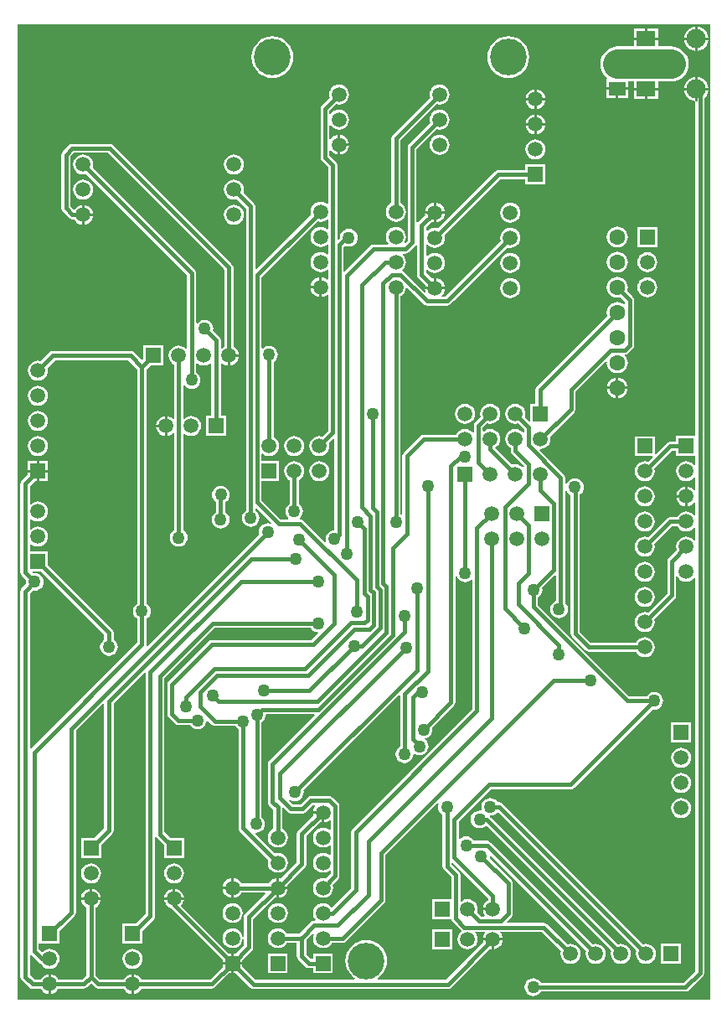
<source format=gbl>
%FSLAX24Y24*%
%MOIN*%
G70*
G01*
G75*
G04 Layer_Physical_Order=2*
G04 Layer_Color=16711680*
%ADD10C,0.0100*%
%ADD11R,0.0472X0.0748*%
%ADD12R,0.0197X0.0610*%
%ADD13R,0.0610X0.0197*%
%ADD14R,0.0748X0.0472*%
%ADD15R,0.1575X0.0984*%
%ADD16R,0.0984X0.1575*%
%ADD17R,0.0591X0.0591*%
%ADD18R,0.0433X0.0394*%
%ADD19R,0.0394X0.0433*%
%ADD20R,0.0551X0.0295*%
%ADD21C,0.0150*%
%ADD22C,0.0177*%
%ADD23R,0.4031X0.4122*%
%ADD24C,0.0591*%
%ADD25C,0.0630*%
%ADD26R,0.0669X0.0551*%
%ADD27C,0.0787*%
%ADD28R,0.0768X0.0591*%
%ADD29C,0.0768*%
%ADD30C,0.1457*%
%ADD31C,0.0500*%
%ADD32C,0.1181*%
G36*
X37547Y9980D02*
X9980D01*
Y48768D01*
X37547D01*
Y9980D01*
D02*
G37*
%LPC*%
G36*
X36550Y30392D02*
X36497Y30385D01*
X36401Y30345D01*
X36318Y30282D01*
X36255Y30199D01*
X36215Y30103D01*
X36208Y30050D01*
X36550D01*
Y30392D01*
D02*
G37*
G36*
Y29950D02*
X36208D01*
X36215Y29897D01*
X36255Y29801D01*
X36318Y29718D01*
X36401Y29655D01*
X36497Y29615D01*
X36550Y29608D01*
Y29950D01*
D02*
G37*
G36*
X34954Y30394D02*
X34851Y30380D01*
X34755Y30341D01*
X34672Y30277D01*
X34609Y30195D01*
X34569Y30098D01*
X34556Y29995D01*
X34569Y29892D01*
X34609Y29796D01*
X34672Y29713D01*
X34755Y29650D01*
X34851Y29610D01*
X34954Y29597D01*
X35058Y29610D01*
X35154Y29650D01*
X35236Y29713D01*
X35300Y29796D01*
X35339Y29892D01*
X35353Y29995D01*
X35339Y30098D01*
X35300Y30195D01*
X35236Y30277D01*
X35154Y30341D01*
X35058Y30380D01*
X34954Y30394D01*
D02*
G37*
G36*
X11195Y31395D02*
X10850D01*
Y31050D01*
X11195D01*
Y31395D01*
D02*
G37*
G36*
X10750D02*
X10405D01*
Y31050D01*
X10750D01*
Y31395D01*
D02*
G37*
G36*
X11195Y30950D02*
X10850D01*
Y30605D01*
X11195D01*
Y30950D01*
D02*
G37*
G36*
X34954Y26394D02*
X34851Y26380D01*
X34755Y26341D01*
X34672Y26277D01*
X34609Y26195D01*
X34569Y26098D01*
X34556Y25995D01*
X34569Y25892D01*
X34609Y25796D01*
X34672Y25713D01*
X34755Y25650D01*
X34851Y25610D01*
X34954Y25597D01*
X35058Y25610D01*
X35154Y25650D01*
X35236Y25713D01*
X35300Y25796D01*
X35339Y25892D01*
X35353Y25995D01*
X35339Y26098D01*
X35300Y26195D01*
X35236Y26277D01*
X35154Y26341D01*
X35058Y26380D01*
X34954Y26394D01*
D02*
G37*
G36*
X36795Y20995D02*
X36005D01*
Y20205D01*
X36795D01*
Y20995D01*
D02*
G37*
G36*
X36400Y19999D02*
X36297Y19985D01*
X36201Y19945D01*
X36118Y19882D01*
X36055Y19799D01*
X36015Y19703D01*
X36001Y19600D01*
X36015Y19497D01*
X36055Y19401D01*
X36118Y19318D01*
X36201Y19255D01*
X36297Y19215D01*
X36400Y19201D01*
X36503Y19215D01*
X36599Y19255D01*
X36682Y19318D01*
X36745Y19401D01*
X36785Y19497D01*
X36799Y19600D01*
X36785Y19703D01*
X36745Y19799D01*
X36682Y19882D01*
X36599Y19945D01*
X36503Y19985D01*
X36400Y19999D01*
D02*
G37*
G36*
X18080Y30418D02*
X17989Y30406D01*
X17903Y30371D01*
X17830Y30315D01*
X17774Y30242D01*
X17739Y30157D01*
X17727Y30065D01*
X17739Y29974D01*
X17774Y29889D01*
X17830Y29816D01*
X17879Y29779D01*
Y29368D01*
X17821Y29324D01*
X17765Y29251D01*
X17730Y29166D01*
X17718Y29075D01*
X17730Y28983D01*
X17765Y28898D01*
X17821Y28825D01*
X17894Y28769D01*
X17980Y28734D01*
X18071Y28722D01*
X18162Y28734D01*
X18247Y28769D01*
X18320Y28825D01*
X18377Y28898D01*
X18412Y28983D01*
X18424Y29075D01*
X18412Y29166D01*
X18377Y29251D01*
X18320Y29324D01*
X18263Y29368D01*
Y29765D01*
X18330Y29816D01*
X18386Y29889D01*
X18421Y29974D01*
X18433Y30065D01*
X18421Y30157D01*
X18386Y30242D01*
X18330Y30315D01*
X18257Y30371D01*
X18171Y30406D01*
X18080Y30418D01*
D02*
G37*
G36*
X34954Y29394D02*
X34851Y29380D01*
X34755Y29341D01*
X34672Y29277D01*
X34609Y29195D01*
X34569Y29098D01*
X34556Y28995D01*
X34569Y28892D01*
X34609Y28796D01*
X34672Y28713D01*
X34755Y28650D01*
X34851Y28610D01*
X34954Y28597D01*
X35058Y28610D01*
X35154Y28650D01*
X35236Y28713D01*
X35300Y28796D01*
X35339Y28892D01*
X35353Y28995D01*
X35339Y29098D01*
X35300Y29195D01*
X35236Y29277D01*
X35154Y29341D01*
X35058Y29380D01*
X34954Y29394D01*
D02*
G37*
G36*
Y27394D02*
X34851Y27380D01*
X34755Y27341D01*
X34672Y27277D01*
X34609Y27195D01*
X34569Y27098D01*
X34556Y26995D01*
X34569Y26892D01*
X34609Y26796D01*
X34672Y26713D01*
X34755Y26650D01*
X34851Y26610D01*
X34954Y26597D01*
X35058Y26610D01*
X35154Y26650D01*
X35236Y26713D01*
X35300Y26796D01*
X35339Y26892D01*
X35353Y26995D01*
X35339Y27098D01*
X35300Y27195D01*
X35236Y27277D01*
X35154Y27341D01*
X35058Y27380D01*
X34954Y27394D01*
D02*
G37*
G36*
X33805Y34725D02*
X33747Y34717D01*
X33646Y34675D01*
X33559Y34609D01*
X33493Y34522D01*
X33451Y34421D01*
X33443Y34363D01*
X33805D01*
Y34725D01*
D02*
G37*
G36*
X34267Y34263D02*
X33905D01*
Y33901D01*
X33963Y33908D01*
X34064Y33950D01*
X34151Y34017D01*
X34218Y34103D01*
X34259Y34204D01*
X34267Y34263D01*
D02*
G37*
G36*
X33805D02*
X33443D01*
X33451Y34204D01*
X33493Y34103D01*
X33559Y34017D01*
X33646Y33950D01*
X33747Y33908D01*
X33805Y33901D01*
Y34263D01*
D02*
G37*
G36*
X12161Y44021D02*
X12093Y44007D01*
X12035Y43969D01*
X11783Y43717D01*
X11745Y43659D01*
X11731Y43591D01*
Y41461D01*
X11745Y41392D01*
X11783Y41334D01*
X12044Y41074D01*
X12102Y41035D01*
X12170Y41022D01*
X12246D01*
X12255Y41001D01*
X12318Y40918D01*
X12401Y40855D01*
X12497Y40815D01*
X12550Y40808D01*
Y41200D01*
Y41592D01*
X12497Y41585D01*
X12401Y41545D01*
X12318Y41482D01*
X12264Y41412D01*
X12231Y41409D01*
X12201Y41422D01*
X12088Y41535D01*
Y43517D01*
X12235Y43664D01*
X13582D01*
X18222Y39024D01*
Y35954D01*
X18201Y35945D01*
X18131Y35892D01*
X18086Y35914D01*
Y36205D01*
X18071Y36278D01*
X18030Y36341D01*
X17769Y36602D01*
X17778Y36673D01*
X17766Y36765D01*
X17731Y36850D01*
X17675Y36923D01*
X17602Y36979D01*
X17517Y37014D01*
X17425Y37026D01*
X17334Y37014D01*
X17249Y36979D01*
X17176Y36923D01*
X17143Y36881D01*
X17096Y36897D01*
Y38883D01*
X17096Y38883D01*
X17082Y38951D01*
X17063Y38980D01*
X17043Y39009D01*
X17043Y39009D01*
X12976Y43076D01*
X12985Y43097D01*
X12999Y43200D01*
X12985Y43303D01*
X12945Y43399D01*
X12882Y43482D01*
X12799Y43545D01*
X12703Y43585D01*
X12600Y43599D01*
X12497Y43585D01*
X12401Y43545D01*
X12318Y43482D01*
X12255Y43399D01*
X12215Y43303D01*
X12201Y43200D01*
X12215Y43097D01*
X12255Y43001D01*
X12318Y42918D01*
X12401Y42855D01*
X12497Y42815D01*
X12600Y42801D01*
X12703Y42815D01*
X12724Y42824D01*
X16739Y38809D01*
Y35885D01*
X16692Y35869D01*
X16682Y35882D01*
X16599Y35945D01*
X16503Y35985D01*
X16400Y35999D01*
X16297Y35985D01*
X16201Y35945D01*
X16118Y35882D01*
X16055Y35799D01*
X16015Y35703D01*
X16001Y35600D01*
X16015Y35497D01*
X16055Y35401D01*
X16118Y35318D01*
X16201Y35255D01*
X16222Y35246D01*
Y33098D01*
X16176Y33082D01*
X16093Y33145D01*
X15997Y33185D01*
X15944Y33192D01*
Y32800D01*
Y32408D01*
X15997Y32415D01*
X16093Y32455D01*
X16176Y32518D01*
X16222Y32502D01*
Y28664D01*
X16150Y28610D01*
X16094Y28537D01*
X16059Y28451D01*
X16047Y28360D01*
X16059Y28269D01*
X16094Y28183D01*
X16150Y28110D01*
X16223Y28054D01*
X16309Y28019D01*
X16400Y28007D01*
X16491Y28019D01*
X16577Y28054D01*
X16650Y28110D01*
X16706Y28183D01*
X16741Y28269D01*
X16753Y28360D01*
X16741Y28451D01*
X16706Y28537D01*
X16650Y28610D01*
X16578Y28664D01*
Y32487D01*
X16623Y32509D01*
X16694Y32455D01*
X16791Y32415D01*
X16894Y32401D01*
X16997Y32415D01*
X17093Y32455D01*
X17176Y32518D01*
X17239Y32601D01*
X17279Y32697D01*
X17292Y32800D01*
X17279Y32903D01*
X17239Y32999D01*
X17176Y33082D01*
X17093Y33145D01*
X16997Y33185D01*
X16894Y33199D01*
X16791Y33185D01*
X16694Y33145D01*
X16623Y33091D01*
X16578Y33113D01*
Y34419D01*
X16626Y34435D01*
X16668Y34380D01*
X16741Y34324D01*
X16826Y34289D01*
X16917Y34277D01*
X17009Y34289D01*
X17094Y34324D01*
X17167Y34380D01*
X17223Y34453D01*
X17258Y34539D01*
X17270Y34630D01*
X17258Y34721D01*
X17223Y34806D01*
X17167Y34880D01*
X17096Y34934D01*
Y35279D01*
X17141Y35301D01*
X17201Y35255D01*
X17297Y35215D01*
X17400Y35201D01*
X17503Y35215D01*
X17599Y35255D01*
X17657Y35299D01*
X17701Y35277D01*
Y33195D01*
X17498D01*
Y32405D01*
X18289D01*
Y33195D01*
X18086D01*
Y35286D01*
X18131Y35308D01*
X18201Y35255D01*
X18297Y35215D01*
X18350Y35208D01*
Y35600D01*
X18400D01*
Y35650D01*
X18792D01*
X18785Y35703D01*
X18745Y35799D01*
X18682Y35882D01*
X18599Y35945D01*
X18578Y35954D01*
Y39098D01*
X18565Y39166D01*
X18526Y39224D01*
X13782Y43969D01*
X13724Y44007D01*
X13656Y44021D01*
X12161D01*
X12161Y44021D01*
D02*
G37*
G36*
X18792Y35550D02*
X18450D01*
Y35208D01*
X18503Y35215D01*
X18599Y35255D01*
X18682Y35318D01*
X18745Y35401D01*
X18785Y35497D01*
X18792Y35550D01*
D02*
G37*
G36*
X33905Y34725D02*
Y34363D01*
X34267D01*
X34259Y34421D01*
X34218Y34522D01*
X34151Y34609D01*
X34064Y34675D01*
X33963Y34717D01*
X33905Y34725D01*
D02*
G37*
G36*
X10800Y33399D02*
X10697Y33385D01*
X10601Y33345D01*
X10518Y33282D01*
X10455Y33199D01*
X10415Y33103D01*
X10401Y33000D01*
X10415Y32897D01*
X10455Y32801D01*
X10518Y32718D01*
X10601Y32655D01*
X10697Y32615D01*
X10800Y32601D01*
X10903Y32615D01*
X10999Y32655D01*
X11082Y32718D01*
X11145Y32801D01*
X11185Y32897D01*
X11199Y33000D01*
X11185Y33103D01*
X11145Y33199D01*
X11082Y33282D01*
X10999Y33345D01*
X10903Y33385D01*
X10800Y33399D01*
D02*
G37*
G36*
X15844Y32750D02*
X15502D01*
X15509Y32697D01*
X15548Y32601D01*
X15612Y32518D01*
X15694Y32455D01*
X15791Y32415D01*
X15844Y32408D01*
Y32750D01*
D02*
G37*
G36*
X10800Y32399D02*
X10697Y32385D01*
X10601Y32345D01*
X10518Y32282D01*
X10455Y32199D01*
X10415Y32103D01*
X10401Y32000D01*
X10415Y31897D01*
X10455Y31801D01*
X10518Y31718D01*
X10601Y31655D01*
X10697Y31615D01*
X10800Y31601D01*
X10903Y31615D01*
X10999Y31655D01*
X11082Y31718D01*
X11145Y31801D01*
X11185Y31897D01*
X11199Y32000D01*
X11185Y32103D01*
X11145Y32199D01*
X11082Y32282D01*
X10999Y32345D01*
X10903Y32385D01*
X10800Y32399D01*
D02*
G37*
G36*
Y34399D02*
X10697Y34385D01*
X10601Y34345D01*
X10518Y34282D01*
X10455Y34199D01*
X10415Y34103D01*
X10401Y34000D01*
X10415Y33897D01*
X10455Y33801D01*
X10518Y33718D01*
X10601Y33655D01*
X10697Y33615D01*
X10800Y33601D01*
X10903Y33615D01*
X10999Y33655D01*
X11082Y33718D01*
X11145Y33801D01*
X11185Y33897D01*
X11199Y34000D01*
X11185Y34103D01*
X11145Y34199D01*
X11082Y34282D01*
X10999Y34345D01*
X10903Y34385D01*
X10800Y34399D01*
D02*
G37*
G36*
X27797Y33680D02*
X27694Y33666D01*
X27598Y33626D01*
X27515Y33563D01*
X27452Y33480D01*
X27412Y33384D01*
X27398Y33281D01*
X27412Y33178D01*
X27452Y33082D01*
X27515Y32999D01*
X27598Y32936D01*
X27694Y32896D01*
X27797Y32882D01*
X27900Y32896D01*
X27996Y32936D01*
X28079Y32999D01*
X28142Y33082D01*
X28182Y33178D01*
X28196Y33281D01*
X28182Y33384D01*
X28142Y33480D01*
X28079Y33563D01*
X27996Y33626D01*
X27900Y33666D01*
X27797Y33680D01*
D02*
G37*
G36*
X15844Y33192D02*
X15791Y33185D01*
X15694Y33145D01*
X15612Y33082D01*
X15548Y32999D01*
X15509Y32903D01*
X15502Y32850D01*
X15844D01*
Y33192D01*
D02*
G37*
G36*
X36400Y18999D02*
X36297Y18985D01*
X36201Y18945D01*
X36118Y18882D01*
X36055Y18799D01*
X36015Y18703D01*
X36001Y18600D01*
X36015Y18497D01*
X36055Y18401D01*
X36118Y18318D01*
X36201Y18255D01*
X36297Y18215D01*
X36400Y18201D01*
X36503Y18215D01*
X36599Y18255D01*
X36682Y18318D01*
X36745Y18401D01*
X36785Y18497D01*
X36799Y18600D01*
X36785Y18703D01*
X36745Y18799D01*
X36682Y18882D01*
X36599Y18945D01*
X36503Y18985D01*
X36400Y18999D01*
D02*
G37*
G36*
X29294Y12330D02*
X28952D01*
Y11988D01*
X29006Y11995D01*
X29102Y12035D01*
X29184Y12098D01*
X29248Y12181D01*
X29287Y12277D01*
X29294Y12330D01*
D02*
G37*
G36*
X23866Y12356D02*
X23704Y12340D01*
X23548Y12293D01*
X23404Y12216D01*
X23278Y12112D01*
X23174Y11986D01*
X23097Y11842D01*
X23050Y11686D01*
X23034Y11524D01*
X23050Y11361D01*
X23097Y11205D01*
X23174Y11061D01*
X23278Y10935D01*
X23404Y10832D01*
X23411Y10827D01*
X23399Y10779D01*
X19462D01*
X18939Y11301D01*
Y11375D01*
X18594D01*
Y11030D01*
X18667D01*
X19246Y10451D01*
X19308Y10409D01*
X19382Y10394D01*
X27109D01*
X27170Y10407D01*
X27182Y10409D01*
X27245Y10451D01*
X28792Y11998D01*
X28799Y11995D01*
X28852Y11988D01*
Y12330D01*
X28510D01*
X28517Y12277D01*
X28520Y12270D01*
X27029Y10779D01*
X24333D01*
X24321Y10827D01*
X24329Y10832D01*
X24455Y10935D01*
X24558Y11061D01*
X24635Y11205D01*
X24683Y11361D01*
X24699Y11524D01*
X24683Y11686D01*
X24635Y11842D01*
X24558Y11986D01*
X24455Y12112D01*
X24329Y12216D01*
X24185Y12293D01*
X24029Y12340D01*
X23866Y12356D01*
D02*
G37*
G36*
X27298Y12776D02*
X26507D01*
Y11985D01*
X27298D01*
Y12776D01*
D02*
G37*
G36*
X18594Y14817D02*
Y14425D01*
Y14033D01*
X18647Y14040D01*
X18743Y14080D01*
X18826Y14143D01*
X18889Y14226D01*
X18898Y14247D01*
X19828D01*
X19848Y14201D01*
X19044Y13397D01*
X19002Y13335D01*
X19000Y13322D01*
X18988Y13261D01*
Y12466D01*
X18938Y12463D01*
X18929Y12528D01*
X18889Y12625D01*
X18826Y12707D01*
X18743Y12770D01*
X18647Y12810D01*
X18544Y12824D01*
X18441Y12810D01*
X18345Y12770D01*
X18262Y12707D01*
X18199Y12625D01*
X18159Y12528D01*
X18145Y12425D01*
X18159Y12322D01*
X18199Y12226D01*
X18262Y12143D01*
X18345Y12080D01*
X18441Y12040D01*
X18544Y12027D01*
X18647Y12040D01*
X18743Y12080D01*
X18826Y12143D01*
X18889Y12226D01*
X18929Y12322D01*
X18938Y12388D01*
X18988Y12384D01*
Y12141D01*
X18667Y11820D01*
X18594D01*
Y11475D01*
X18939D01*
Y11549D01*
X19316Y11925D01*
X19316Y11925D01*
X19316Y11925D01*
X19333Y11950D01*
X19358Y11988D01*
X19358Y11988D01*
X19358Y11988D01*
X19364Y12017D01*
X19372Y12061D01*
X19372Y12061D01*
X19372Y12061D01*
Y13181D01*
X20234Y14043D01*
X20241Y14040D01*
X20294Y14033D01*
Y14425D01*
Y14817D01*
X20241Y14810D01*
X20145Y14770D01*
X20062Y14707D01*
X19999Y14625D01*
X19990Y14604D01*
X18898D01*
X18889Y14625D01*
X18826Y14707D01*
X18743Y14771D01*
X18647Y14810D01*
X18594Y14817D01*
D02*
G37*
G36*
X18544Y13824D02*
X18441Y13810D01*
X18345Y13771D01*
X18262Y13707D01*
X18199Y13625D01*
X18159Y13528D01*
X18145Y13425D01*
X18159Y13322D01*
X18199Y13226D01*
X18262Y13143D01*
X18345Y13080D01*
X18441Y13040D01*
X18544Y13027D01*
X18647Y13040D01*
X18743Y13080D01*
X18826Y13143D01*
X18889Y13226D01*
X18929Y13322D01*
X18943Y13425D01*
X18929Y13528D01*
X18889Y13625D01*
X18826Y13707D01*
X18743Y13771D01*
X18647Y13810D01*
X18544Y13824D01*
D02*
G37*
G36*
X20344Y13824D02*
X20241Y13810D01*
X20145Y13770D01*
X20062Y13707D01*
X19999Y13625D01*
X19959Y13528D01*
X19945Y13425D01*
X19959Y13322D01*
X19999Y13226D01*
X20062Y13143D01*
X20145Y13080D01*
X20241Y13040D01*
X20344Y13027D01*
X20447Y13040D01*
X20543Y13080D01*
X20626Y13143D01*
X20689Y13226D01*
X20729Y13322D01*
X20743Y13425D01*
X20729Y13528D01*
X20689Y13625D01*
X20626Y13707D01*
X20543Y13770D01*
X20447Y13810D01*
X20344Y13824D01*
D02*
G37*
G36*
X20739Y11820D02*
X19949D01*
Y11030D01*
X20739D01*
Y11820D01*
D02*
G37*
G36*
X18494Y11375D02*
X18149D01*
Y11282D01*
X17645Y10778D01*
X14921D01*
X14912Y10799D01*
X14849Y10882D01*
X14766Y10945D01*
X14670Y10985D01*
X14617Y10992D01*
Y10600D01*
Y10208D01*
X14670Y10215D01*
X14766Y10255D01*
X14849Y10318D01*
X14912Y10401D01*
X14921Y10422D01*
X17719D01*
X17787Y10435D01*
X17845Y10474D01*
X18401Y11030D01*
X18494D01*
Y11375D01*
D02*
G37*
G36*
X13306Y13950D02*
X12521D01*
X12528Y13897D01*
X12568Y13801D01*
X12631Y13718D01*
X12714Y13655D01*
X12735Y13646D01*
Y10956D01*
X12558Y10778D01*
X11614D01*
X11605Y10799D01*
X11542Y10882D01*
X11459Y10945D01*
X11363Y10985D01*
X11310Y10992D01*
Y10600D01*
Y10208D01*
X11363Y10215D01*
X11459Y10255D01*
X11542Y10318D01*
X11605Y10401D01*
X11614Y10422D01*
X12632D01*
X12700Y10435D01*
X12758Y10474D01*
X12913Y10630D01*
X13069Y10474D01*
X13127Y10435D01*
X13195Y10422D01*
X13195Y10422D01*
X14213D01*
X14222Y10401D01*
X14285Y10318D01*
X14368Y10255D01*
X14464Y10215D01*
X14517Y10208D01*
Y10600D01*
Y10992D01*
X14464Y10985D01*
X14368Y10945D01*
X14285Y10882D01*
X14222Y10799D01*
X14213Y10778D01*
X13269D01*
X13092Y10956D01*
Y13646D01*
X13113Y13655D01*
X13195Y13718D01*
X13259Y13801D01*
X13299Y13897D01*
X13306Y13950D01*
D02*
G37*
G36*
X16613D02*
X15828D01*
X15835Y13897D01*
X15875Y13801D01*
X15939Y13718D01*
X16021Y13655D01*
X16093Y13625D01*
X16094Y13623D01*
X18149Y11568D01*
Y11475D01*
X18494D01*
Y11820D01*
X18401D01*
X16503Y13719D01*
X16566Y13801D01*
X16606Y13897D01*
X16613Y13950D01*
D02*
G37*
G36*
X36395Y12195D02*
X35605D01*
Y11405D01*
X36395D01*
Y12195D01*
D02*
G37*
G36*
X14567Y11999D02*
X14464Y11985D01*
X14368Y11945D01*
X14285Y11882D01*
X14222Y11799D01*
X14182Y11703D01*
X14168Y11600D01*
X14182Y11497D01*
X14222Y11401D01*
X14285Y11318D01*
X14368Y11255D01*
X14464Y11215D01*
X14567Y11201D01*
X14670Y11215D01*
X14766Y11255D01*
X14849Y11318D01*
X14912Y11401D01*
X14952Y11497D01*
X14966Y11600D01*
X14952Y11703D01*
X14912Y11799D01*
X14849Y11882D01*
X14766Y11945D01*
X14670Y11985D01*
X14567Y11999D01*
D02*
G37*
G36*
X16220Y15399D02*
X16117Y15385D01*
X16021Y15345D01*
X15939Y15282D01*
X15875Y15199D01*
X15835Y15103D01*
X15822Y15000D01*
X15835Y14897D01*
X15875Y14801D01*
X15939Y14718D01*
X16021Y14655D01*
X16117Y14615D01*
X16220Y14601D01*
X16324Y14615D01*
X16420Y14655D01*
X16502Y14718D01*
X16566Y14801D01*
X16606Y14897D01*
X16619Y15000D01*
X16606Y15103D01*
X16566Y15199D01*
X16502Y15282D01*
X16420Y15345D01*
X16324Y15385D01*
X16220Y15399D01*
D02*
G37*
G36*
X12913D02*
X12810Y15385D01*
X12714Y15345D01*
X12631Y15282D01*
X12568Y15199D01*
X12528Y15103D01*
X12515Y15000D01*
X12528Y14897D01*
X12568Y14801D01*
X12631Y14718D01*
X12714Y14655D01*
X12810Y14615D01*
X12913Y14601D01*
X13017Y14615D01*
X13113Y14655D01*
X13195Y14718D01*
X13259Y14801D01*
X13299Y14897D01*
X13312Y15000D01*
X13299Y15103D01*
X13259Y15199D01*
X13195Y15282D01*
X13113Y15345D01*
X13017Y15385D01*
X12913Y15399D01*
D02*
G37*
G36*
X18494Y14817D02*
X18441Y14810D01*
X18345Y14771D01*
X18262Y14707D01*
X18199Y14625D01*
X18159Y14528D01*
X18152Y14475D01*
X18494D01*
Y14817D01*
D02*
G37*
G36*
X28800Y18003D02*
X28709Y17991D01*
X28623Y17956D01*
X28550Y17900D01*
X28494Y17827D01*
X28459Y17741D01*
X28447Y17650D01*
X28459Y17559D01*
X28469Y17535D01*
X28439Y17495D01*
X28375Y17503D01*
X28284Y17491D01*
X28198Y17456D01*
X28125Y17400D01*
X28069Y17327D01*
X28034Y17242D01*
X28022Y17150D01*
X28034Y17059D01*
X28069Y16974D01*
X28125Y16901D01*
X28198Y16844D01*
X28284Y16809D01*
X28375Y16797D01*
X28466Y16809D01*
X28552Y16844D01*
X28625Y16901D01*
X28646Y16902D01*
X33624Y11924D01*
X33615Y11903D01*
X33601Y11800D01*
X33615Y11697D01*
X33655Y11601D01*
X33718Y11518D01*
X33801Y11455D01*
X33897Y11415D01*
X34000Y11401D01*
X34103Y11415D01*
X34199Y11455D01*
X34282Y11518D01*
X34345Y11601D01*
X34385Y11697D01*
X34399Y11800D01*
X34385Y11903D01*
X34345Y11999D01*
X34282Y12082D01*
X34199Y12145D01*
X34103Y12185D01*
X34000Y12199D01*
X33897Y12185D01*
X33876Y12176D01*
X28795Y17258D01*
X28800Y17297D01*
X28891Y17309D01*
X28977Y17344D01*
X29050Y17400D01*
X29069Y17426D01*
X29119Y17429D01*
X34624Y11924D01*
X34615Y11903D01*
X34601Y11800D01*
X34615Y11697D01*
X34655Y11601D01*
X34718Y11518D01*
X34801Y11455D01*
X34897Y11415D01*
X35000Y11401D01*
X35103Y11415D01*
X35199Y11455D01*
X35282Y11518D01*
X35345Y11601D01*
X35385Y11697D01*
X35399Y11800D01*
X35385Y11903D01*
X35345Y11999D01*
X35282Y12082D01*
X35199Y12145D01*
X35103Y12185D01*
X35000Y12199D01*
X34897Y12185D01*
X34876Y12176D01*
X29276Y17776D01*
X29218Y17815D01*
X29150Y17828D01*
X29104D01*
X29050Y17900D01*
X28977Y17956D01*
X28891Y17991D01*
X28800Y18003D01*
D02*
G37*
G36*
X36400Y17999D02*
X36297Y17985D01*
X36201Y17945D01*
X36118Y17882D01*
X36055Y17799D01*
X36015Y17703D01*
X36001Y17600D01*
X36015Y17497D01*
X36055Y17401D01*
X36118Y17318D01*
X36201Y17255D01*
X36297Y17215D01*
X36400Y17201D01*
X36503Y17215D01*
X36599Y17255D01*
X36682Y17318D01*
X36745Y17401D01*
X36785Y17497D01*
X36799Y17600D01*
X36785Y17703D01*
X36745Y17799D01*
X36682Y17882D01*
X36599Y17945D01*
X36503Y17985D01*
X36400Y17999D01*
D02*
G37*
G36*
X22094Y17375D02*
X21752D01*
X21759Y17322D01*
X21762Y17315D01*
X21159Y16712D01*
X21118Y16650D01*
X21115Y16638D01*
X21103Y16576D01*
Y15456D01*
X20454Y14807D01*
X20447Y14810D01*
X20394Y14817D01*
Y14475D01*
X20736D01*
X20729Y14528D01*
X20726Y14535D01*
X21431Y15240D01*
X21457Y15279D01*
X21473Y15303D01*
Y15303D01*
X21473Y15303D01*
X21476Y15316D01*
X21488Y15376D01*
Y16497D01*
X22034Y17043D01*
X22041Y17040D01*
X22094Y17033D01*
Y17375D01*
D02*
G37*
G36*
X12863Y14392D02*
X12810Y14385D01*
X12714Y14345D01*
X12631Y14282D01*
X12568Y14199D01*
X12528Y14103D01*
X12521Y14050D01*
X12863D01*
Y14392D01*
D02*
G37*
G36*
X18494Y14375D02*
X18152D01*
X18159Y14322D01*
X18199Y14226D01*
X18262Y14143D01*
X18345Y14080D01*
X18441Y14040D01*
X18494Y14033D01*
Y14375D01*
D02*
G37*
G36*
X20736Y14375D02*
X20394D01*
Y14033D01*
X20447Y14040D01*
X20543Y14080D01*
X20626Y14143D01*
X20689Y14226D01*
X20729Y14322D01*
X20736Y14375D01*
D02*
G37*
G36*
X16270Y14392D02*
Y14050D01*
X16613D01*
X16606Y14103D01*
X16566Y14199D01*
X16502Y14282D01*
X16420Y14345D01*
X16324Y14385D01*
X16270Y14392D01*
D02*
G37*
G36*
X16170D02*
X16117Y14385D01*
X16021Y14345D01*
X15939Y14282D01*
X15875Y14199D01*
X15835Y14103D01*
X15828Y14050D01*
X16170D01*
Y14392D01*
D02*
G37*
G36*
X12963D02*
Y14050D01*
X13306D01*
X13299Y14103D01*
X13259Y14199D01*
X13195Y14282D01*
X13113Y14345D01*
X13017Y14385D01*
X12963Y14392D01*
D02*
G37*
G36*
X29598Y38687D02*
X29495Y38674D01*
X29399Y38634D01*
X29317Y38570D01*
X29253Y38488D01*
X29213Y38392D01*
X29200Y38289D01*
X29213Y38185D01*
X29253Y38089D01*
X29317Y38007D01*
X29399Y37943D01*
X29495Y37903D01*
X29598Y37890D01*
X29702Y37903D01*
X29798Y37943D01*
X29880Y38007D01*
X29944Y38089D01*
X29984Y38185D01*
X29997Y38289D01*
X29984Y38392D01*
X29944Y38488D01*
X29880Y38570D01*
X29798Y38634D01*
X29702Y38674D01*
X29598Y38687D01*
D02*
G37*
G36*
X34950Y46150D02*
X34516D01*
Y45805D01*
X34950D01*
Y46150D01*
D02*
G37*
G36*
X36950D02*
X36519D01*
X36529Y46074D01*
X36577Y45956D01*
X36655Y45855D01*
X36756Y45777D01*
X36874Y45729D01*
X36950Y45719D01*
Y46150D01*
D02*
G37*
G36*
X37481D02*
X37050D01*
Y45719D01*
X37000Y45712D01*
X36963Y45717D01*
Y32395D01*
X36205D01*
Y32174D01*
X35954D01*
X35954Y32174D01*
X35886Y32160D01*
X35828Y32121D01*
X35828Y32121D01*
X35396Y31689D01*
X35350Y31708D01*
Y32391D01*
X34559D01*
Y31600D01*
X35241D01*
X35261Y31554D01*
X35078Y31372D01*
X35058Y31380D01*
X34954Y31394D01*
X34851Y31380D01*
X34755Y31341D01*
X34672Y31277D01*
X34609Y31195D01*
X34569Y31098D01*
X34556Y30995D01*
X34569Y30892D01*
X34609Y30796D01*
X34672Y30713D01*
X34755Y30650D01*
X34851Y30610D01*
X34954Y30597D01*
X35058Y30610D01*
X35154Y30650D01*
X35236Y30713D01*
X35300Y30796D01*
X35339Y30892D01*
X35353Y30995D01*
X35339Y31098D01*
X35331Y31119D01*
X36028Y31817D01*
X36205D01*
Y31605D01*
X36963D01*
Y31254D01*
X36916Y31238D01*
X36882Y31282D01*
X36799Y31345D01*
X36703Y31385D01*
X36600Y31399D01*
X36497Y31385D01*
X36401Y31345D01*
X36318Y31282D01*
X36255Y31199D01*
X36215Y31103D01*
X36201Y31000D01*
X36215Y30897D01*
X36255Y30801D01*
X36318Y30718D01*
X36401Y30655D01*
X36497Y30615D01*
X36600Y30601D01*
X36703Y30615D01*
X36799Y30655D01*
X36882Y30718D01*
X36916Y30762D01*
X36963Y30746D01*
Y30254D01*
X36916Y30238D01*
X36882Y30282D01*
X36799Y30345D01*
X36703Y30385D01*
X36650Y30392D01*
Y30000D01*
Y29608D01*
X36703Y29615D01*
X36799Y29655D01*
X36882Y29718D01*
X36916Y29762D01*
X36963Y29746D01*
Y29254D01*
X36916Y29238D01*
X36882Y29282D01*
X36799Y29345D01*
X36703Y29385D01*
X36600Y29399D01*
X36497Y29385D01*
X36401Y29345D01*
X36318Y29282D01*
X36255Y29199D01*
X36244Y29174D01*
X35954D01*
X35954Y29174D01*
X35886Y29160D01*
X35828Y29121D01*
X35828Y29121D01*
X35078Y28372D01*
X35058Y28380D01*
X34954Y28394D01*
X34851Y28380D01*
X34755Y28341D01*
X34672Y28277D01*
X34609Y28195D01*
X34569Y28098D01*
X34556Y27995D01*
X34569Y27892D01*
X34609Y27796D01*
X34672Y27713D01*
X34755Y27650D01*
X34851Y27610D01*
X34954Y27597D01*
X35058Y27610D01*
X35154Y27650D01*
X35236Y27713D01*
X35300Y27796D01*
X35339Y27892D01*
X35353Y27995D01*
X35339Y28098D01*
X35331Y28119D01*
X36028Y28817D01*
X36248D01*
X36255Y28801D01*
X36318Y28718D01*
X36401Y28655D01*
X36497Y28615D01*
X36600Y28601D01*
X36703Y28615D01*
X36799Y28655D01*
X36882Y28718D01*
X36916Y28762D01*
X36963Y28746D01*
Y28254D01*
X36916Y28238D01*
X36882Y28282D01*
X36799Y28345D01*
X36703Y28385D01*
X36600Y28399D01*
X36497Y28385D01*
X36401Y28345D01*
X36318Y28282D01*
X36255Y28199D01*
X36215Y28103D01*
X36201Y28000D01*
X36215Y27897D01*
X36224Y27876D01*
X35894Y27546D01*
X35855Y27488D01*
X35841Y27420D01*
Y26135D01*
X35078Y25372D01*
X35058Y25380D01*
X34954Y25394D01*
X34851Y25380D01*
X34755Y25341D01*
X34672Y25277D01*
X34609Y25195D01*
X34569Y25098D01*
X34556Y24995D01*
X34569Y24892D01*
X34609Y24796D01*
X34672Y24713D01*
X34755Y24650D01*
X34851Y24610D01*
X34954Y24597D01*
X35058Y24610D01*
X35154Y24650D01*
X35236Y24713D01*
X35300Y24796D01*
X35339Y24892D01*
X35353Y24995D01*
X35339Y25098D01*
X35331Y25119D01*
X36146Y25934D01*
X36146Y25934D01*
X36185Y25992D01*
X36198Y26061D01*
Y26809D01*
X36247Y26819D01*
X36255Y26801D01*
X36318Y26718D01*
X36401Y26655D01*
X36497Y26615D01*
X36600Y26601D01*
X36703Y26615D01*
X36799Y26655D01*
X36882Y26718D01*
X36916Y26762D01*
X36963Y26746D01*
Y11121D01*
X36499Y10657D01*
X30819D01*
X30764Y10728D01*
X30691Y10784D01*
X30606Y10820D01*
X30515Y10832D01*
X30423Y10820D01*
X30338Y10784D01*
X30265Y10728D01*
X30209Y10655D01*
X30174Y10570D01*
X30162Y10479D01*
X30174Y10387D01*
X30209Y10302D01*
X30265Y10229D01*
X30338Y10173D01*
X30423Y10138D01*
X30515Y10126D01*
X30606Y10138D01*
X30691Y10173D01*
X30764Y10229D01*
X30819Y10300D01*
X36573D01*
X36641Y10314D01*
X36699Y10352D01*
X37268Y10921D01*
X37268Y10921D01*
X37287Y10950D01*
X37307Y10979D01*
X37320Y11047D01*
X37320Y11047D01*
Y45836D01*
X37345Y45855D01*
X37423Y45956D01*
X37471Y46074D01*
X37481Y46150D01*
D02*
G37*
G36*
X34290Y46168D02*
X33905D01*
Y45843D01*
X34290D01*
Y46168D01*
D02*
G37*
G36*
X33805D02*
X33420D01*
Y45843D01*
X33805D01*
Y46168D01*
D02*
G37*
G36*
X35484Y46150D02*
X35050D01*
Y45805D01*
X35484D01*
Y46150D01*
D02*
G37*
G36*
X26787Y46385D02*
X26683Y46372D01*
X26587Y46332D01*
X26505Y46269D01*
X26441Y46186D01*
X26402Y46090D01*
X26388Y45987D01*
X26402Y45883D01*
X26410Y45863D01*
X24920Y44373D01*
X24882Y44315D01*
X24868Y44246D01*
Y41675D01*
X24847Y41667D01*
X24765Y41603D01*
X24701Y41521D01*
X24661Y41424D01*
X24648Y41321D01*
X24661Y41218D01*
X24701Y41122D01*
X24765Y41039D01*
X24847Y40976D01*
X24943Y40936D01*
X25046Y40923D01*
X25150Y40936D01*
X25246Y40976D01*
X25328Y41039D01*
X25392Y41122D01*
X25432Y41218D01*
X25445Y41321D01*
X25432Y41424D01*
X25392Y41521D01*
X25328Y41603D01*
X25246Y41667D01*
X25225Y41675D01*
Y44173D01*
X26663Y45610D01*
X26683Y45602D01*
X26787Y45588D01*
X26890Y45602D01*
X26986Y45641D01*
X27069Y45705D01*
X27132Y45787D01*
X27172Y45883D01*
X27185Y45987D01*
X27172Y46090D01*
X27132Y46186D01*
X27069Y46269D01*
X26986Y46332D01*
X26890Y46372D01*
X26787Y46385D01*
D02*
G37*
G36*
X30650Y45192D02*
Y44850D01*
X30992D01*
X30985Y44903D01*
X30945Y44999D01*
X30882Y45082D01*
X30799Y45145D01*
X30703Y45185D01*
X30650Y45192D01*
D02*
G37*
G36*
X30550D02*
X30497Y45185D01*
X30401Y45145D01*
X30318Y45082D01*
X30255Y44999D01*
X30215Y44903D01*
X30208Y44850D01*
X30550D01*
Y45192D01*
D02*
G37*
G36*
X30992Y44750D02*
X30650D01*
Y44408D01*
X30703Y44415D01*
X30799Y44455D01*
X30882Y44518D01*
X30945Y44601D01*
X30985Y44697D01*
X30992Y44750D01*
D02*
G37*
G36*
X22787Y46385D02*
X22683Y46372D01*
X22587Y46332D01*
X22505Y46269D01*
X22441Y46186D01*
X22402Y46090D01*
X22388Y45987D01*
X22402Y45883D01*
X22410Y45863D01*
X22098Y45551D01*
X22060Y45493D01*
X22046Y45424D01*
Y43476D01*
X22060Y43408D01*
X22098Y43350D01*
X22351Y43097D01*
Y41642D01*
X22306Y41620D01*
X22246Y41667D01*
X22150Y41706D01*
X22046Y41720D01*
X21943Y41706D01*
X21847Y41667D01*
X21765Y41603D01*
X21701Y41521D01*
X21661Y41424D01*
X21648Y41321D01*
X21661Y41218D01*
X21670Y41197D01*
X19491Y39018D01*
X19445Y39037D01*
Y41534D01*
X19431Y41602D01*
X19393Y41660D01*
X18976Y42076D01*
X18985Y42097D01*
X18999Y42200D01*
X18985Y42303D01*
X18945Y42399D01*
X18882Y42482D01*
X18799Y42545D01*
X18703Y42585D01*
X18600Y42599D01*
X18497Y42585D01*
X18401Y42545D01*
X18318Y42482D01*
X18255Y42399D01*
X18215Y42303D01*
X18201Y42200D01*
X18215Y42097D01*
X18255Y42001D01*
X18318Y41918D01*
X18401Y41855D01*
X18497Y41815D01*
X18600Y41801D01*
X18703Y41815D01*
X18724Y41824D01*
X19088Y41460D01*
Y29444D01*
X19017Y29390D01*
X18961Y29317D01*
X18925Y29231D01*
X18913Y29140D01*
X18925Y29049D01*
X18961Y28963D01*
X19017Y28890D01*
X19090Y28834D01*
X19175Y28799D01*
X19266Y28787D01*
X19358Y28799D01*
X19443Y28834D01*
X19516Y28890D01*
X19572Y28963D01*
X19607Y29049D01*
X19619Y29140D01*
X19607Y29231D01*
X19572Y29317D01*
X19516Y29390D01*
X19445Y29444D01*
Y29529D01*
X19491Y29548D01*
X20087Y28952D01*
X20060Y28910D01*
X20036Y28920D01*
X19945Y28932D01*
X19854Y28920D01*
X19768Y28884D01*
X19695Y28828D01*
X19639Y28755D01*
X19604Y28670D01*
X19592Y28579D01*
X19604Y28490D01*
X15168Y24054D01*
X15124Y24078D01*
X15132Y24120D01*
Y25136D01*
X15190Y25180D01*
X15246Y25253D01*
X15281Y25339D01*
X15293Y25430D01*
X15281Y25521D01*
X15246Y25607D01*
X15190Y25680D01*
X15132Y25724D01*
Y35060D01*
X15277Y35205D01*
X15795D01*
Y35995D01*
X15005D01*
Y35477D01*
X14940Y35412D01*
X14616Y35736D01*
X14554Y35778D01*
X14541Y35780D01*
X14480Y35792D01*
X11400D01*
X11339Y35780D01*
X11326Y35778D01*
X11264Y35736D01*
X10910Y35382D01*
X10903Y35385D01*
X10800Y35399D01*
X10697Y35385D01*
X10601Y35345D01*
X10518Y35282D01*
X10455Y35199D01*
X10415Y35103D01*
X10401Y35000D01*
X10415Y34897D01*
X10455Y34801D01*
X10518Y34718D01*
X10601Y34655D01*
X10697Y34615D01*
X10800Y34601D01*
X10903Y34615D01*
X10999Y34655D01*
X11082Y34718D01*
X11145Y34801D01*
X11185Y34897D01*
X11199Y35000D01*
X11185Y35103D01*
X11182Y35110D01*
X11480Y35408D01*
X14400D01*
X14748Y35060D01*
Y25724D01*
X14690Y25680D01*
X14634Y25607D01*
X14599Y25521D01*
X14587Y25430D01*
X14599Y25339D01*
X14634Y25253D01*
X14690Y25180D01*
X14748Y25136D01*
Y24200D01*
X10534Y19986D01*
X10488Y20005D01*
Y26146D01*
X10598Y26256D01*
X10670Y26247D01*
X10761Y26259D01*
X10847Y26294D01*
X10920Y26350D01*
X10976Y26423D01*
X11011Y26509D01*
X11023Y26600D01*
X11011Y26691D01*
X10976Y26777D01*
X10920Y26850D01*
X10847Y26906D01*
X10761Y26941D01*
X10670Y26953D01*
X10626Y26947D01*
X10595Y26987D01*
X10603Y27005D01*
X10923D01*
X13434Y24494D01*
Y24298D01*
X13376Y24254D01*
X13320Y24180D01*
X13285Y24095D01*
X13273Y24004D01*
X13285Y23913D01*
X13320Y23827D01*
X13376Y23754D01*
X13449Y23698D01*
X13535Y23663D01*
X13626Y23651D01*
X13717Y23663D01*
X13802Y23698D01*
X13876Y23754D01*
X13932Y23827D01*
X13967Y23913D01*
X13979Y24004D01*
X13967Y24095D01*
X13932Y24180D01*
X13876Y24254D01*
X13818Y24298D01*
Y24574D01*
X13806Y24635D01*
X13804Y24648D01*
X13762Y24710D01*
X11195Y27277D01*
Y27795D01*
X10488D01*
Y28085D01*
X10532Y28107D01*
X10601Y28055D01*
X10697Y28015D01*
X10800Y28001D01*
X10903Y28015D01*
X10999Y28055D01*
X11082Y28118D01*
X11145Y28201D01*
X11185Y28297D01*
X11199Y28400D01*
X11185Y28503D01*
X11145Y28599D01*
X11082Y28682D01*
X10999Y28745D01*
X10903Y28785D01*
X10800Y28799D01*
X10697Y28785D01*
X10601Y28745D01*
X10532Y28693D01*
X10488Y28715D01*
Y29085D01*
X10532Y29107D01*
X10601Y29055D01*
X10697Y29015D01*
X10800Y29001D01*
X10903Y29015D01*
X10999Y29055D01*
X11082Y29118D01*
X11145Y29201D01*
X11185Y29297D01*
X11199Y29400D01*
X11185Y29503D01*
X11145Y29599D01*
X11082Y29682D01*
X10999Y29745D01*
X10903Y29785D01*
X10800Y29799D01*
X10697Y29785D01*
X10601Y29745D01*
X10532Y29693D01*
X10488Y29715D01*
Y30416D01*
X10677Y30605D01*
X10750D01*
Y30950D01*
X10405D01*
Y30877D01*
X10159Y30631D01*
X10118Y30569D01*
X10115Y30557D01*
X10103Y30495D01*
Y26975D01*
X10115Y26913D01*
X10118Y26901D01*
X10159Y26839D01*
X10326Y26672D01*
X10317Y26600D01*
X10326Y26528D01*
X10159Y26361D01*
X10118Y26299D01*
X10115Y26287D01*
X10103Y26225D01*
Y10890D01*
X10115Y10828D01*
X10118Y10816D01*
X10159Y10754D01*
X10449Y10464D01*
X10511Y10422D01*
X10585Y10408D01*
X10912D01*
X10915Y10401D01*
X10978Y10318D01*
X11061Y10255D01*
X11157Y10215D01*
X11210Y10208D01*
Y10600D01*
Y10992D01*
X11157Y10985D01*
X11061Y10945D01*
X10978Y10882D01*
X10915Y10799D01*
X10912Y10792D01*
X10665D01*
X10488Y10969D01*
Y11734D01*
X10534Y11753D01*
X10823Y11464D01*
X10885Y11422D01*
X10907Y11418D01*
X10915Y11401D01*
X10978Y11318D01*
X11061Y11255D01*
X11157Y11215D01*
X11260Y11201D01*
X11363Y11215D01*
X11459Y11255D01*
X11542Y11318D01*
X11605Y11401D01*
X11645Y11497D01*
X11659Y11600D01*
X11645Y11703D01*
X11605Y11799D01*
X11542Y11882D01*
X11459Y11945D01*
X11363Y11985D01*
X11260Y11999D01*
X11157Y11985D01*
X11061Y11945D01*
X10978Y11882D01*
X10951Y11880D01*
X10838Y11993D01*
Y12205D01*
X10873Y12205D01*
X10873D01*
Y12205D01*
D01*
D01*
D01*
X11655D01*
Y12723D01*
X12254Y13322D01*
X12296Y13385D01*
X12298Y13397D01*
X12310Y13458D01*
Y20692D01*
X13388Y21769D01*
X13434Y21750D01*
Y16792D01*
X13037Y16395D01*
X12518D01*
Y15605D01*
X13309D01*
Y16123D01*
X13762Y16577D01*
X13804Y16639D01*
X13806Y16651D01*
X13818Y16713D01*
Y21779D01*
X15033Y22993D01*
X15079Y22974D01*
Y13384D01*
X14690Y12995D01*
X14172D01*
Y12205D01*
X14962D01*
Y12723D01*
X15408Y13169D01*
X15449Y13231D01*
X15452Y13243D01*
X15464Y13305D01*
Y16454D01*
X15512Y16468D01*
X15535Y16433D01*
X15825Y16143D01*
Y15605D01*
X16616D01*
Y16395D01*
X16078D01*
X15840Y16633D01*
Y22767D01*
X17847Y24774D01*
X21648D01*
X21699Y24707D01*
X21772Y24651D01*
X21857Y24616D01*
X21928Y24606D01*
X21944Y24559D01*
X21670Y24285D01*
X17728D01*
X17660Y24271D01*
X17602Y24232D01*
X16000Y22630D01*
X15961Y22572D01*
X15948Y22504D01*
Y21339D01*
X15961Y21270D01*
X16000Y21212D01*
X16248Y20964D01*
X16248Y20964D01*
X16283Y20941D01*
X16306Y20926D01*
X16374Y20912D01*
X16853D01*
X16908Y20841D01*
X16981Y20785D01*
X17066Y20750D01*
X17157Y20738D01*
X17249Y20750D01*
X17334Y20785D01*
X17407Y20841D01*
X17463Y20914D01*
X17498Y20999D01*
X17508Y21074D01*
X17556Y21090D01*
X17721Y20924D01*
X17779Y20885D01*
X17848Y20872D01*
X18656D01*
X18710Y20800D01*
X18782Y20746D01*
Y16809D01*
X18795Y16741D01*
X18834Y16683D01*
X19968Y15549D01*
X19959Y15528D01*
X19945Y15425D01*
X19959Y15322D01*
X19999Y15226D01*
X20062Y15143D01*
X20145Y15080D01*
X20241Y15040D01*
X20344Y15027D01*
X20447Y15040D01*
X20543Y15080D01*
X20626Y15143D01*
X20689Y15226D01*
X20729Y15322D01*
X20743Y15425D01*
X20729Y15528D01*
X20689Y15625D01*
X20626Y15707D01*
X20543Y15770D01*
X20447Y15810D01*
X20344Y15824D01*
X20241Y15810D01*
X20220Y15802D01*
X19451Y16571D01*
X19473Y16616D01*
X19476Y16615D01*
X19568Y16628D01*
X19653Y16663D01*
X19726Y16719D01*
X19782Y16792D01*
X19817Y16877D01*
X19829Y16968D01*
X19817Y17060D01*
X19782Y17145D01*
X19726Y17218D01*
X19698Y17239D01*
Y21016D01*
X19770Y21070D01*
X19826Y21143D01*
X19861Y21229D01*
X19873Y21320D01*
X19892Y21342D01*
X21803D01*
X21822Y21295D01*
X20000Y19473D01*
X19961Y19415D01*
X19948Y19347D01*
Y17846D01*
X19961Y17778D01*
X20000Y17720D01*
X20166Y17554D01*
Y16779D01*
X20145Y16770D01*
X20062Y16707D01*
X19999Y16625D01*
X19959Y16528D01*
X19945Y16425D01*
X19959Y16322D01*
X19999Y16226D01*
X20062Y16143D01*
X20145Y16080D01*
X20241Y16040D01*
X20344Y16027D01*
X20447Y16040D01*
X20543Y16080D01*
X20626Y16143D01*
X20689Y16226D01*
X20729Y16322D01*
X20743Y16425D01*
X20729Y16528D01*
X20689Y16625D01*
X20626Y16707D01*
X20543Y16770D01*
X20523Y16779D01*
Y17600D01*
X20569Y17619D01*
X20744Y17444D01*
X20802Y17405D01*
X20870Y17392D01*
X20870Y17392D01*
X21340D01*
X21408Y17405D01*
X21466Y17444D01*
X21744Y17722D01*
X21817D01*
X21839Y17677D01*
X21799Y17625D01*
X21759Y17528D01*
X21752Y17475D01*
X22144D01*
Y17425D01*
X22194D01*
Y17033D01*
X22247Y17040D01*
X22343Y17080D01*
X22397Y17121D01*
X22442Y17099D01*
Y16752D01*
X22397Y16730D01*
X22343Y16770D01*
X22247Y16810D01*
X22144Y16824D01*
X22041Y16810D01*
X21945Y16770D01*
X21862Y16707D01*
X21799Y16625D01*
X21759Y16528D01*
X21745Y16425D01*
X21759Y16322D01*
X21799Y16226D01*
X21862Y16143D01*
X21945Y16080D01*
X22041Y16040D01*
X22144Y16027D01*
X22247Y16040D01*
X22343Y16080D01*
X22397Y16121D01*
X22442Y16099D01*
Y15752D01*
X22397Y15730D01*
X22343Y15770D01*
X22247Y15810D01*
X22144Y15824D01*
X22041Y15810D01*
X21945Y15770D01*
X21862Y15707D01*
X21799Y15625D01*
X21759Y15528D01*
X21745Y15425D01*
X21759Y15322D01*
X21799Y15226D01*
X21862Y15143D01*
X21945Y15080D01*
X22041Y15040D01*
X22144Y15027D01*
X22247Y15040D01*
X22343Y15080D01*
X22397Y15121D01*
X22442Y15099D01*
Y14975D01*
X22268Y14802D01*
X22247Y14810D01*
X22144Y14824D01*
X22041Y14810D01*
X21945Y14770D01*
X21862Y14707D01*
X21799Y14625D01*
X21759Y14528D01*
X21745Y14425D01*
X21759Y14322D01*
X21799Y14226D01*
X21862Y14143D01*
X21945Y14080D01*
X22041Y14040D01*
X22144Y14027D01*
X22247Y14040D01*
X22343Y14080D01*
X22426Y14143D01*
X22489Y14226D01*
X22529Y14322D01*
X22543Y14425D01*
X22529Y14528D01*
X22521Y14549D01*
X22746Y14775D01*
X22785Y14833D01*
X22798Y14901D01*
X22798Y14901D01*
Y17680D01*
X22798Y17680D01*
X22785Y17748D01*
X22746Y17806D01*
X22526Y18026D01*
X22468Y18065D01*
X22400Y18078D01*
X21670D01*
X21602Y18065D01*
X21544Y18026D01*
X21544Y18026D01*
X21266Y17748D01*
X20944D01*
X20770Y17923D01*
X20803Y17960D01*
X20853Y17922D01*
X20938Y17887D01*
X21029Y17875D01*
X21121Y17887D01*
X21206Y17922D01*
X21279Y17978D01*
X21335Y18051D01*
X21370Y18136D01*
X21382Y18228D01*
X21370Y18317D01*
X25165Y22111D01*
X25212Y22092D01*
Y20044D01*
X25140Y19990D01*
X25084Y19917D01*
X25049Y19831D01*
X25037Y19740D01*
X25049Y19649D01*
X25084Y19564D01*
X25140Y19490D01*
X25213Y19434D01*
X25299Y19399D01*
X25390Y19387D01*
X25481Y19399D01*
X25567Y19434D01*
X25640Y19490D01*
X25696Y19564D01*
X25731Y19649D01*
X25743Y19740D01*
X25742Y19748D01*
X25785Y19773D01*
X25816Y19749D01*
X25901Y19714D01*
X25992Y19702D01*
X26083Y19714D01*
X26169Y19749D01*
X26242Y19806D01*
X26298Y19879D01*
X26333Y19964D01*
X26345Y20055D01*
X26333Y20146D01*
X26298Y20232D01*
X26242Y20305D01*
X26169Y20361D01*
X26154Y20367D01*
X26154Y20371D01*
X26245Y20383D01*
D01*
X26245D01*
X26245Y20383D01*
X26330Y20419D01*
X26403Y20475D01*
X26459Y20548D01*
X26495Y20633D01*
X26507Y20724D01*
X26495Y20813D01*
X27356Y21675D01*
X27395Y21733D01*
X27408Y21801D01*
Y26851D01*
X27458Y26854D01*
X27459Y26849D01*
X27494Y26763D01*
X27550Y26690D01*
X27623Y26634D01*
X27709Y26599D01*
X27800Y26587D01*
X27891Y26599D01*
X27977Y26634D01*
X28047Y26688D01*
X28092Y26666D01*
Y21549D01*
X23323Y16780D01*
X23284Y16722D01*
X23270Y16654D01*
Y14409D01*
X22515Y13653D01*
X22465Y13656D01*
X22426Y13707D01*
X22343Y13770D01*
X22247Y13810D01*
X22144Y13824D01*
X22041Y13810D01*
X21945Y13770D01*
X21862Y13707D01*
X21799Y13625D01*
X21759Y13528D01*
X21745Y13425D01*
X21759Y13322D01*
X21799Y13226D01*
X21844Y13167D01*
X21822Y13122D01*
X21796D01*
X21735Y13110D01*
X21723Y13108D01*
X21660Y13066D01*
X21212Y12617D01*
X20692D01*
X20689Y12625D01*
X20626Y12707D01*
X20543Y12770D01*
X20447Y12810D01*
X20344Y12824D01*
X20241Y12810D01*
X20145Y12770D01*
X20062Y12707D01*
X19999Y12625D01*
X19959Y12528D01*
X19945Y12425D01*
X19959Y12322D01*
X19999Y12226D01*
X20062Y12143D01*
X20145Y12080D01*
X20241Y12040D01*
X20344Y12027D01*
X20447Y12040D01*
X20543Y12080D01*
X20626Y12143D01*
X20689Y12226D01*
X20692Y12233D01*
X21103D01*
Y11705D01*
X21115Y11643D01*
X21118Y11631D01*
X21159Y11569D01*
X21439Y11289D01*
X21501Y11248D01*
X21575Y11233D01*
X21749D01*
Y11030D01*
X22539D01*
Y11820D01*
X21749D01*
Y11617D01*
X21654D01*
X21488Y11784D01*
Y12349D01*
X21734Y12596D01*
X21776Y12568D01*
X21759Y12528D01*
X21745Y12425D01*
X21759Y12322D01*
X21799Y12226D01*
X21862Y12143D01*
X21945Y12080D01*
X22041Y12040D01*
X22144Y12027D01*
X22247Y12040D01*
X22343Y12080D01*
X22426Y12143D01*
X22489Y12226D01*
X22498Y12247D01*
X22933D01*
X23001Y12260D01*
X23059Y12299D01*
X24582Y13822D01*
X24582Y13822D01*
X24602Y13851D01*
X24621Y13880D01*
X24635Y13948D01*
X24635Y13948D01*
Y15733D01*
X26713Y17811D01*
X26754Y17783D01*
X26733Y17731D01*
X26721Y17640D01*
X26733Y17549D01*
X26768Y17463D01*
X26824Y17390D01*
X26895Y17336D01*
Y15291D01*
X26909Y15223D01*
X26948Y15165D01*
X27252Y14861D01*
Y13976D01*
X26507D01*
Y13185D01*
X27255D01*
X27265Y13132D01*
X27304Y13074D01*
X27644Y12734D01*
X27644Y12734D01*
X27646Y12733D01*
X27647Y12683D01*
X27620Y12662D01*
X27557Y12580D01*
X27517Y12483D01*
X27504Y12380D01*
X27517Y12277D01*
X27557Y12181D01*
X27620Y12098D01*
X27703Y12035D01*
X27799Y11995D01*
X27902Y11982D01*
X28006Y11995D01*
X28102Y12035D01*
X28184Y12098D01*
X28248Y12181D01*
X28287Y12277D01*
X28301Y12380D01*
X28287Y12483D01*
X28248Y12580D01*
X28184Y12662D01*
X28191Y12682D01*
X28579D01*
X28601Y12637D01*
X28557Y12580D01*
X28517Y12483D01*
X28510Y12430D01*
X29294D01*
X29287Y12483D01*
X29248Y12580D01*
X29184Y12662D01*
X29191Y12682D01*
X30866D01*
X31624Y11924D01*
X31615Y11903D01*
X31601Y11800D01*
X31615Y11697D01*
X31655Y11601D01*
X31718Y11518D01*
X31801Y11455D01*
X31897Y11415D01*
X32000Y11401D01*
X32103Y11415D01*
X32199Y11455D01*
X32282Y11518D01*
X32345Y11601D01*
X32385Y11697D01*
X32399Y11800D01*
X32385Y11903D01*
X32345Y11999D01*
X32282Y12082D01*
X32199Y12145D01*
X32103Y12185D01*
X32000Y12199D01*
X31897Y12185D01*
X31876Y12176D01*
X31066Y12986D01*
X31008Y13025D01*
X30940Y13038D01*
X29476D01*
X29457Y13085D01*
X29646Y13274D01*
X29646Y13274D01*
X29666Y13303D01*
X29685Y13332D01*
X29698Y13400D01*
X29698Y13400D01*
Y14610D01*
X29698Y14610D01*
X29685Y14678D01*
X29666Y14707D01*
X29646Y14736D01*
X29646Y14736D01*
X28781Y15601D01*
X28793Y15690D01*
X28836Y15711D01*
X32624Y11924D01*
X32615Y11903D01*
X32601Y11800D01*
X32615Y11697D01*
X32655Y11601D01*
X32718Y11518D01*
X32801Y11455D01*
X32897Y11415D01*
X33000Y11401D01*
X33103Y11415D01*
X33199Y11455D01*
X33282Y11518D01*
X33345Y11601D01*
X33385Y11697D01*
X33399Y11800D01*
X33385Y11903D01*
X33345Y11999D01*
X33282Y12082D01*
X33199Y12145D01*
X33103Y12185D01*
X33000Y12199D01*
X32897Y12185D01*
X32876Y12176D01*
X28807Y16246D01*
X28749Y16284D01*
X28680Y16298D01*
X28149D01*
X28095Y16369D01*
X28022Y16425D01*
X27936Y16461D01*
X27845Y16473D01*
X27754Y16461D01*
X27668Y16425D01*
X27607Y16378D01*
X27562Y16400D01*
Y17080D01*
X28830Y18348D01*
X32005D01*
X32066Y18360D01*
X32078Y18362D01*
X32141Y18404D01*
X35259Y21523D01*
X35331Y21513D01*
X35422Y21525D01*
X35507Y21560D01*
X35580Y21617D01*
X35636Y21690D01*
X35672Y21775D01*
X35684Y21866D01*
X35672Y21958D01*
X35636Y22043D01*
X35580Y22116D01*
X35507Y22172D01*
X35422Y22207D01*
X35331Y22219D01*
X35239Y22207D01*
X35154Y22172D01*
X35081Y22116D01*
X35026Y22045D01*
X34331D01*
X30706Y25670D01*
Y25979D01*
X30777Y26034D01*
X30833Y26107D01*
X30869Y26192D01*
X30881Y26283D01*
X30869Y26372D01*
X31374Y26877D01*
X31420Y26858D01*
Y25837D01*
X31363Y25814D01*
X31290Y25758D01*
X31234Y25684D01*
X31198Y25599D01*
X31186Y25508D01*
X31198Y25417D01*
X31234Y25331D01*
X31290Y25258D01*
X31363Y25202D01*
X31448Y25167D01*
X31539Y25155D01*
X31631Y25167D01*
X31716Y25202D01*
X31789Y25258D01*
X31845Y25331D01*
X31880Y25417D01*
X31892Y25508D01*
X31880Y25599D01*
X31845Y25684D01*
X31789Y25758D01*
X31777Y25767D01*
Y30279D01*
X31827Y30283D01*
X31828Y30271D01*
X31864Y30186D01*
X31920Y30113D01*
X31993Y30056D01*
X32003Y30052D01*
Y24531D01*
X32017Y24463D01*
X32055Y24405D01*
X32591Y23869D01*
X32649Y23830D01*
X32717Y23817D01*
X34600D01*
X34609Y23796D01*
X34672Y23713D01*
X34755Y23650D01*
X34851Y23610D01*
X34954Y23597D01*
X35058Y23610D01*
X35154Y23650D01*
X35236Y23713D01*
X35300Y23796D01*
X35339Y23892D01*
X35353Y23995D01*
X35339Y24098D01*
X35300Y24195D01*
X35236Y24277D01*
X35154Y24341D01*
X35058Y24380D01*
X34954Y24394D01*
X34851Y24380D01*
X34755Y24341D01*
X34672Y24277D01*
X34609Y24195D01*
X34600Y24174D01*
X32791D01*
X32360Y24605D01*
Y30067D01*
X32419Y30113D01*
X32475Y30186D01*
X32510Y30271D01*
X32522Y30362D01*
X32510Y30454D01*
X32475Y30539D01*
X32419Y30612D01*
X32346Y30668D01*
X32261Y30703D01*
X32169Y30715D01*
X32078Y30703D01*
X31993Y30668D01*
X31920Y30612D01*
X31864Y30539D01*
X31828Y30454D01*
X31827Y30442D01*
X31777Y30445D01*
Y30760D01*
X31763Y30828D01*
X31725Y30886D01*
X31725Y30886D01*
X30773Y31838D01*
X30795Y31883D01*
X30797Y31882D01*
X30900Y31896D01*
X30996Y31936D01*
X31079Y31999D01*
X31142Y32082D01*
X31182Y32178D01*
X31196Y32281D01*
X31182Y32384D01*
X31179Y32391D01*
X32144Y33356D01*
X32172Y33398D01*
X32186Y33419D01*
X32200Y33492D01*
Y34172D01*
X33396Y35368D01*
X33441Y35346D01*
X33437Y35313D01*
X33451Y35204D01*
X33493Y35103D01*
X33559Y35017D01*
X33646Y34950D01*
X33747Y34908D01*
X33855Y34894D01*
X33963Y34908D01*
X34064Y34950D01*
X34151Y35017D01*
X34218Y35103D01*
X34259Y35204D01*
X34274Y35313D01*
X34259Y35421D01*
X34218Y35522D01*
X34151Y35609D01*
X34138Y35619D01*
X34145Y35640D01*
X34213Y35653D01*
X34271Y35692D01*
X34471Y35892D01*
X34471Y35892D01*
X34491Y35921D01*
X34510Y35950D01*
X34524Y36018D01*
X34524Y36018D01*
Y37823D01*
X34510Y37891D01*
X34471Y37949D01*
X34247Y38173D01*
X34259Y38204D01*
X34274Y38313D01*
X34259Y38421D01*
X34218Y38522D01*
X34151Y38609D01*
X34064Y38675D01*
X33963Y38717D01*
X33855Y38731D01*
X33747Y38717D01*
X33646Y38675D01*
X33559Y38609D01*
X33493Y38522D01*
X33451Y38421D01*
X33437Y38313D01*
X33451Y38204D01*
X33493Y38103D01*
X33559Y38017D01*
X33646Y37950D01*
X33747Y37908D01*
X33855Y37894D01*
X33963Y37908D01*
X33994Y37921D01*
X34167Y37749D01*
Y37653D01*
X34122Y37631D01*
X34064Y37675D01*
X33963Y37717D01*
X33855Y37731D01*
X33747Y37717D01*
X33646Y37675D01*
X33559Y37609D01*
X33493Y37522D01*
X33451Y37421D01*
X33437Y37313D01*
X33451Y37204D01*
X33458Y37187D01*
X30661Y34390D01*
X30619Y34328D01*
X30617Y34316D01*
X30605Y34254D01*
Y33676D01*
X30402D01*
Y32994D01*
X30355Y32975D01*
X30173Y33157D01*
X30182Y33178D01*
X30196Y33281D01*
X30182Y33384D01*
X30142Y33480D01*
X30079Y33563D01*
X29996Y33626D01*
X29900Y33666D01*
X29797Y33680D01*
X29694Y33666D01*
X29598Y33626D01*
X29515Y33563D01*
X29452Y33480D01*
X29412Y33384D01*
X29398Y33281D01*
X29412Y33178D01*
X29452Y33082D01*
X29515Y32999D01*
X29598Y32936D01*
X29694Y32896D01*
X29797Y32882D01*
X29900Y32896D01*
X29921Y32905D01*
X30148Y32677D01*
Y32550D01*
X30101Y32534D01*
X30079Y32563D01*
X29996Y32626D01*
X29900Y32666D01*
X29797Y32680D01*
X29694Y32666D01*
X29598Y32626D01*
X29515Y32563D01*
X29452Y32480D01*
X29412Y32384D01*
X29398Y32281D01*
X29412Y32178D01*
X29452Y32082D01*
X29515Y31999D01*
X29598Y31936D01*
X29618Y31927D01*
Y31801D01*
X29632Y31732D01*
X29671Y31675D01*
X30141Y31204D01*
X30130Y31155D01*
X30094Y31143D01*
X30079Y31163D01*
X29996Y31226D01*
X29900Y31266D01*
X29797Y31280D01*
X29694Y31266D01*
X29673Y31258D01*
X28996Y31934D01*
X28996Y31936D01*
X29079Y31999D01*
X29142Y32082D01*
X29182Y32178D01*
X29196Y32281D01*
X29182Y32384D01*
X29142Y32480D01*
X29079Y32563D01*
X28996Y32626D01*
X28900Y32666D01*
X28797Y32680D01*
X28694Y32666D01*
X28598Y32626D01*
X28543Y32585D01*
X28498Y32607D01*
Y32730D01*
X28673Y32905D01*
X28694Y32896D01*
X28797Y32882D01*
X28900Y32896D01*
X28996Y32936D01*
X29079Y32999D01*
X29142Y33082D01*
X29182Y33178D01*
X29196Y33281D01*
X29182Y33384D01*
X29142Y33480D01*
X29079Y33563D01*
X28996Y33626D01*
X28900Y33666D01*
X28797Y33680D01*
X28694Y33666D01*
X28598Y33626D01*
X28515Y33563D01*
X28452Y33480D01*
X28412Y33384D01*
X28398Y33281D01*
X28412Y33178D01*
X28420Y33157D01*
X28194Y32930D01*
X28155Y32873D01*
X28142Y32804D01*
Y32559D01*
X28094Y32543D01*
X28079Y32563D01*
X27996Y32626D01*
X27900Y32666D01*
X27797Y32680D01*
X27694Y32666D01*
X27598Y32626D01*
X27515Y32563D01*
X27452Y32480D01*
X27443Y32460D01*
X26161D01*
X26093Y32446D01*
X26035Y32407D01*
X25354Y31726D01*
X25315Y31668D01*
X25302Y31600D01*
Y29295D01*
X25267Y29278D01*
X25225Y29304D01*
Y37967D01*
X25246Y37976D01*
X25328Y38039D01*
X25392Y38122D01*
X25432Y38218D01*
X25442Y38297D01*
X25489Y38313D01*
X26165Y37638D01*
X26165Y37638D01*
X26194Y37618D01*
X26223Y37599D01*
X26291Y37585D01*
X26291Y37585D01*
X27074D01*
X27142Y37599D01*
X27200Y37638D01*
X27200Y37638D01*
X27350Y37788D01*
X27350Y37788D01*
X29474Y39912D01*
X29495Y39903D01*
X29598Y39890D01*
X29702Y39903D01*
X29798Y39943D01*
X29880Y40007D01*
X29944Y40089D01*
X29984Y40185D01*
X29997Y40289D01*
X29984Y40392D01*
X29944Y40488D01*
X29880Y40571D01*
X29798Y40634D01*
X29702Y40674D01*
X29598Y40687D01*
X29495Y40674D01*
X29399Y40634D01*
X29317Y40571D01*
X29253Y40488D01*
X29213Y40392D01*
X29200Y40289D01*
X29213Y40185D01*
X29222Y40164D01*
X27098Y38040D01*
X27098Y38040D01*
X27000Y37942D01*
X26874D01*
X26858Y37990D01*
X26880Y38007D01*
X26944Y38089D01*
X26984Y38185D01*
X26991Y38239D01*
X26206D01*
X26213Y38185D01*
X26229Y38148D01*
X26187Y38120D01*
X25361Y38946D01*
X25303Y38985D01*
X25296Y39015D01*
X25328Y39039D01*
X25392Y39122D01*
X25432Y39218D01*
X25445Y39321D01*
X25432Y39424D01*
X25392Y39521D01*
X25328Y39603D01*
X25316Y39613D01*
X25332Y39660D01*
X25437D01*
X25505Y39674D01*
X25563Y39712D01*
X25819Y39968D01*
X25819Y39968D01*
X25831Y39986D01*
X25879Y39971D01*
Y38816D01*
X25891Y38755D01*
X25893Y38743D01*
X25935Y38680D01*
X26216Y38399D01*
X26213Y38392D01*
X26206Y38339D01*
X26548D01*
Y38681D01*
X26495Y38674D01*
X26488Y38671D01*
X26263Y38896D01*
Y38998D01*
X26310Y39015D01*
X26317Y39007D01*
X26399Y38943D01*
X26495Y38903D01*
X26598Y38890D01*
X26702Y38903D01*
X26798Y38943D01*
X26880Y39007D01*
X26944Y39089D01*
X26984Y39185D01*
X26997Y39289D01*
X26984Y39392D01*
X26944Y39488D01*
X26880Y39571D01*
X26798Y39634D01*
X26702Y39674D01*
X26598Y39687D01*
X26495Y39674D01*
X26399Y39634D01*
X26317Y39571D01*
X26310Y39563D01*
X26263Y39579D01*
Y39998D01*
X26310Y40015D01*
X26317Y40007D01*
X26399Y39943D01*
X26495Y39903D01*
X26598Y39890D01*
X26702Y39903D01*
X26798Y39943D01*
X26880Y40007D01*
X26944Y40089D01*
X26984Y40185D01*
X26997Y40289D01*
X26984Y40392D01*
X26975Y40413D01*
X29184Y42622D01*
X30205D01*
Y42405D01*
X30995D01*
Y43195D01*
X30205D01*
Y42978D01*
X29110D01*
X29110Y42978D01*
X29042Y42965D01*
X28984Y42926D01*
X26723Y40665D01*
X26702Y40674D01*
X26598Y40687D01*
X26495Y40674D01*
X26399Y40634D01*
X26317Y40571D01*
X26310Y40563D01*
X26263Y40579D01*
Y40700D01*
X26475Y40912D01*
X26495Y40903D01*
X26548Y40896D01*
Y41239D01*
X26206D01*
X26212Y41193D01*
X25935Y40915D01*
X25919Y40892D01*
X25871Y40906D01*
Y43819D01*
X26663Y44610D01*
X26683Y44602D01*
X26787Y44588D01*
X26890Y44602D01*
X26986Y44641D01*
X27069Y44705D01*
X27132Y44787D01*
X27172Y44883D01*
X27185Y44987D01*
X27172Y45090D01*
X27132Y45186D01*
X27069Y45269D01*
X26986Y45332D01*
X26890Y45372D01*
X26787Y45385D01*
X26683Y45372D01*
X26587Y45332D01*
X26505Y45269D01*
X26441Y45186D01*
X26402Y45090D01*
X26388Y44987D01*
X26402Y44883D01*
X26410Y44863D01*
X25567Y44019D01*
X25528Y43961D01*
X25514Y43893D01*
Y40168D01*
X25410Y40064D01*
X25373Y40097D01*
X25392Y40122D01*
X25432Y40218D01*
X25445Y40321D01*
X25432Y40424D01*
X25392Y40521D01*
X25328Y40603D01*
X25246Y40667D01*
X25150Y40706D01*
X25046Y40720D01*
X24943Y40706D01*
X24847Y40667D01*
X24765Y40603D01*
X24701Y40521D01*
X24661Y40424D01*
X24648Y40321D01*
X24661Y40218D01*
X24701Y40122D01*
X24747Y40062D01*
X24725Y40017D01*
X24154D01*
X24085Y40003D01*
X24027Y39965D01*
X23004Y38942D01*
X22958Y38961D01*
Y39926D01*
X23009Y39977D01*
X23082Y39946D01*
X23173Y39934D01*
X23265Y39946D01*
X23350Y39982D01*
X23423Y40038D01*
X23479Y40111D01*
X23514Y40196D01*
X23526Y40287D01*
X23514Y40379D01*
X23479Y40464D01*
X23423Y40537D01*
X23350Y40593D01*
X23265Y40628D01*
X23173Y40640D01*
X23082Y40628D01*
X22997Y40593D01*
X22924Y40537D01*
X22868Y40464D01*
X22832Y40379D01*
X22821Y40293D01*
X22754Y40226D01*
X22708Y40246D01*
Y43171D01*
X22694Y43240D01*
X22656Y43297D01*
X22656Y43297D01*
X22403Y43550D01*
Y43760D01*
X22450Y43776D01*
X22505Y43705D01*
X22587Y43641D01*
X22683Y43602D01*
X22737Y43595D01*
Y43987D01*
Y44379D01*
X22683Y44372D01*
X22587Y44332D01*
X22505Y44269D01*
X22450Y44197D01*
X22403Y44214D01*
Y44760D01*
X22450Y44776D01*
X22505Y44705D01*
X22587Y44641D01*
X22683Y44602D01*
X22787Y44588D01*
X22890Y44602D01*
X22986Y44641D01*
X23069Y44705D01*
X23132Y44787D01*
X23172Y44883D01*
X23185Y44987D01*
X23172Y45090D01*
X23132Y45186D01*
X23069Y45269D01*
X22986Y45332D01*
X22890Y45372D01*
X22787Y45385D01*
X22683Y45372D01*
X22587Y45332D01*
X22505Y45269D01*
X22450Y45197D01*
X22403Y45214D01*
Y45350D01*
X22663Y45610D01*
X22683Y45602D01*
X22787Y45588D01*
X22890Y45602D01*
X22986Y45641D01*
X23069Y45705D01*
X23132Y45787D01*
X23172Y45883D01*
X23185Y45987D01*
X23172Y46090D01*
X23132Y46186D01*
X23069Y46269D01*
X22986Y46332D01*
X22890Y46372D01*
X22787Y46385D01*
D02*
G37*
G36*
X30992Y45750D02*
X30650D01*
Y45408D01*
X30703Y45415D01*
X30799Y45455D01*
X30882Y45518D01*
X30945Y45601D01*
X30985Y45697D01*
X30992Y45750D01*
D02*
G37*
G36*
X30550D02*
X30208D01*
X30215Y45697D01*
X30255Y45601D01*
X30318Y45518D01*
X30401Y45455D01*
X30497Y45415D01*
X30550Y45408D01*
Y45750D01*
D02*
G37*
G36*
X34950Y48595D02*
X34516D01*
Y48250D01*
X34950D01*
Y48595D01*
D02*
G37*
G36*
X37481Y48150D02*
X37050D01*
Y47719D01*
X37126Y47729D01*
X37244Y47777D01*
X37345Y47855D01*
X37423Y47956D01*
X37471Y48074D01*
X37481Y48150D01*
D02*
G37*
G36*
X36950D02*
X36519D01*
X36529Y48074D01*
X36577Y47956D01*
X36655Y47855D01*
X36756Y47777D01*
X36874Y47729D01*
X36950Y47719D01*
Y48150D01*
D02*
G37*
G36*
X37050Y48681D02*
Y48250D01*
X37481D01*
X37471Y48326D01*
X37423Y48444D01*
X37345Y48545D01*
X37244Y48623D01*
X37126Y48671D01*
X37050Y48681D01*
D02*
G37*
G36*
X36950D02*
X36874Y48671D01*
X36756Y48623D01*
X36655Y48545D01*
X36577Y48444D01*
X36529Y48326D01*
X36519Y48250D01*
X36950D01*
Y48681D01*
D02*
G37*
G36*
X35484Y48595D02*
X35050D01*
Y48250D01*
X35484D01*
Y48595D01*
D02*
G37*
G36*
X29524Y48301D02*
X29361Y48285D01*
X29205Y48237D01*
X29061Y48161D01*
X28935Y48057D01*
X28832Y47931D01*
X28755Y47787D01*
X28707Y47631D01*
X28691Y47469D01*
X28707Y47306D01*
X28755Y47150D01*
X28832Y47006D01*
X28935Y46880D01*
X29061Y46776D01*
X29205Y46700D01*
X29361Y46652D01*
X29524Y46636D01*
X29686Y46652D01*
X29842Y46700D01*
X29986Y46776D01*
X30112Y46880D01*
X30216Y47006D01*
X30293Y47150D01*
X30340Y47306D01*
X30356Y47469D01*
X30340Y47631D01*
X30293Y47787D01*
X30216Y47931D01*
X30112Y48057D01*
X29986Y48161D01*
X29842Y48237D01*
X29686Y48285D01*
X29524Y48301D01*
D02*
G37*
G36*
X35484Y48150D02*
X34516D01*
Y47894D01*
X33873D01*
X33738Y47881D01*
X33608Y47841D01*
X33488Y47777D01*
X33383Y47691D01*
X33296Y47586D01*
X33232Y47466D01*
X33193Y47335D01*
X33179Y47200D01*
X33193Y47065D01*
X33232Y46934D01*
X33296Y46814D01*
X33383Y46709D01*
X33466Y46641D01*
X33449Y46594D01*
X33420D01*
Y46268D01*
X34290D01*
Y46506D01*
X34516D01*
Y46250D01*
X35484D01*
Y46506D01*
X36000D01*
X36135Y46519D01*
X36266Y46559D01*
X36386Y46623D01*
X36491Y46709D01*
X36577Y46814D01*
X36641Y46934D01*
X36681Y47065D01*
X36694Y47200D01*
X36681Y47335D01*
X36641Y47466D01*
X36577Y47586D01*
X36491Y47691D01*
X36386Y47777D01*
X36266Y47841D01*
X36135Y47881D01*
X36000Y47894D01*
X35484D01*
Y48150D01*
D02*
G37*
G36*
X30650Y46192D02*
Y45850D01*
X30992D01*
X30985Y45903D01*
X30945Y45999D01*
X30882Y46082D01*
X30799Y46145D01*
X30703Y46185D01*
X30650Y46192D01*
D02*
G37*
G36*
X30550D02*
X30497Y46185D01*
X30401Y46145D01*
X30318Y46082D01*
X30255Y45999D01*
X30215Y45903D01*
X30208Y45850D01*
X30550D01*
Y46192D01*
D02*
G37*
G36*
X20134Y48301D02*
X19971Y48285D01*
X19815Y48237D01*
X19671Y48161D01*
X19545Y48057D01*
X19442Y47931D01*
X19365Y47787D01*
X19318Y47631D01*
X19302Y47469D01*
X19318Y47306D01*
X19365Y47150D01*
X19442Y47006D01*
X19545Y46880D01*
X19671Y46776D01*
X19815Y46700D01*
X19971Y46652D01*
X20134Y46636D01*
X20296Y46652D01*
X20452Y46700D01*
X20596Y46776D01*
X20722Y46880D01*
X20826Y47006D01*
X20903Y47150D01*
X20950Y47306D01*
X20966Y47469D01*
X20950Y47631D01*
X20903Y47787D01*
X20826Y47931D01*
X20722Y48057D01*
X20596Y48161D01*
X20452Y48237D01*
X20296Y48285D01*
X20134Y48301D01*
D02*
G37*
G36*
X37050Y46681D02*
Y46250D01*
X37481D01*
X37471Y46326D01*
X37423Y46444D01*
X37345Y46545D01*
X37244Y46623D01*
X37126Y46671D01*
X37050Y46681D01*
D02*
G37*
G36*
X36950D02*
X36874Y46671D01*
X36756Y46623D01*
X36655Y46545D01*
X36577Y46444D01*
X36529Y46326D01*
X36519Y46250D01*
X36950D01*
Y46681D01*
D02*
G37*
G36*
X18600Y41599D02*
X18497Y41585D01*
X18401Y41545D01*
X18318Y41482D01*
X18255Y41399D01*
X18215Y41303D01*
X18201Y41200D01*
X18215Y41097D01*
X18255Y41001D01*
X18318Y40918D01*
X18401Y40855D01*
X18497Y40815D01*
X18600Y40801D01*
X18703Y40815D01*
X18799Y40855D01*
X18882Y40918D01*
X18945Y41001D01*
X18985Y41097D01*
X18999Y41200D01*
X18985Y41303D01*
X18945Y41399D01*
X18882Y41482D01*
X18799Y41545D01*
X18703Y41585D01*
X18600Y41599D01*
D02*
G37*
G36*
X35450Y40708D02*
X34660D01*
Y39917D01*
X35450D01*
Y40708D01*
D02*
G37*
G36*
X12992Y41150D02*
X12650D01*
Y40808D01*
X12703Y40815D01*
X12799Y40855D01*
X12882Y40918D01*
X12945Y41001D01*
X12985Y41097D01*
X12992Y41150D01*
D02*
G37*
G36*
X26991Y41239D02*
X26648D01*
Y40896D01*
X26702Y40903D01*
X26798Y40943D01*
X26880Y41007D01*
X26944Y41089D01*
X26984Y41185D01*
X26991Y41239D01*
D02*
G37*
G36*
X29598Y41687D02*
X29495Y41674D01*
X29399Y41634D01*
X29317Y41571D01*
X29253Y41488D01*
X29213Y41392D01*
X29200Y41289D01*
X29213Y41185D01*
X29253Y41089D01*
X29317Y41007D01*
X29399Y40943D01*
X29495Y40903D01*
X29598Y40890D01*
X29702Y40903D01*
X29798Y40943D01*
X29880Y41007D01*
X29944Y41089D01*
X29984Y41185D01*
X29997Y41289D01*
X29984Y41392D01*
X29944Y41488D01*
X29880Y41571D01*
X29798Y41634D01*
X29702Y41674D01*
X29598Y41687D01*
D02*
G37*
G36*
X33855Y40731D02*
X33747Y40717D01*
X33646Y40675D01*
X33559Y40609D01*
X33493Y40522D01*
X33451Y40421D01*
X33437Y40313D01*
X33451Y40204D01*
X33493Y40103D01*
X33559Y40017D01*
X33646Y39950D01*
X33747Y39908D01*
X33855Y39894D01*
X33963Y39908D01*
X34064Y39950D01*
X34151Y40017D01*
X34218Y40103D01*
X34259Y40204D01*
X34274Y40313D01*
X34259Y40421D01*
X34218Y40522D01*
X34151Y40609D01*
X34064Y40675D01*
X33963Y40717D01*
X33855Y40731D01*
D02*
G37*
G36*
X26648Y38681D02*
Y38339D01*
X26991D01*
X26984Y38392D01*
X26944Y38488D01*
X26880Y38570D01*
X26798Y38634D01*
X26702Y38674D01*
X26648Y38681D01*
D02*
G37*
G36*
X35055Y38711D02*
X34952Y38698D01*
X34856Y38658D01*
X34773Y38595D01*
X34710Y38512D01*
X34670Y38416D01*
X34656Y38313D01*
X34670Y38209D01*
X34710Y38113D01*
X34773Y38031D01*
X34856Y37967D01*
X34952Y37927D01*
X35055Y37914D01*
X35158Y37927D01*
X35254Y37967D01*
X35337Y38031D01*
X35400Y38113D01*
X35440Y38209D01*
X35454Y38313D01*
X35440Y38416D01*
X35400Y38512D01*
X35337Y38595D01*
X35254Y38658D01*
X35158Y38698D01*
X35055Y38711D01*
D02*
G37*
G36*
X29598Y39687D02*
X29495Y39674D01*
X29399Y39634D01*
X29317Y39571D01*
X29253Y39488D01*
X29213Y39392D01*
X29200Y39289D01*
X29213Y39185D01*
X29253Y39089D01*
X29317Y39007D01*
X29399Y38943D01*
X29495Y38903D01*
X29598Y38890D01*
X29702Y38903D01*
X29798Y38943D01*
X29880Y39007D01*
X29944Y39089D01*
X29984Y39185D01*
X29997Y39289D01*
X29984Y39392D01*
X29944Y39488D01*
X29880Y39571D01*
X29798Y39634D01*
X29702Y39674D01*
X29598Y39687D01*
D02*
G37*
G36*
X35055Y39711D02*
X34952Y39698D01*
X34856Y39658D01*
X34773Y39595D01*
X34710Y39512D01*
X34670Y39416D01*
X34656Y39313D01*
X34670Y39209D01*
X34710Y39113D01*
X34773Y39031D01*
X34856Y38967D01*
X34952Y38928D01*
X35055Y38914D01*
X35158Y38928D01*
X35254Y38967D01*
X35337Y39031D01*
X35400Y39113D01*
X35440Y39209D01*
X35454Y39313D01*
X35440Y39416D01*
X35400Y39512D01*
X35337Y39595D01*
X35254Y39658D01*
X35158Y39698D01*
X35055Y39711D01*
D02*
G37*
G36*
X33855Y39731D02*
X33747Y39717D01*
X33646Y39675D01*
X33559Y39609D01*
X33493Y39522D01*
X33451Y39421D01*
X33437Y39313D01*
X33451Y39204D01*
X33493Y39103D01*
X33559Y39017D01*
X33646Y38950D01*
X33747Y38908D01*
X33855Y38894D01*
X33963Y38908D01*
X34064Y38950D01*
X34151Y39017D01*
X34218Y39103D01*
X34259Y39204D01*
X34274Y39313D01*
X34259Y39421D01*
X34218Y39522D01*
X34151Y39609D01*
X34064Y39675D01*
X33963Y39717D01*
X33855Y39731D01*
D02*
G37*
G36*
X30600Y44199D02*
X30497Y44185D01*
X30401Y44145D01*
X30318Y44082D01*
X30255Y43999D01*
X30215Y43903D01*
X30201Y43800D01*
X30215Y43697D01*
X30255Y43601D01*
X30318Y43518D01*
X30401Y43455D01*
X30497Y43415D01*
X30600Y43401D01*
X30703Y43415D01*
X30799Y43455D01*
X30882Y43518D01*
X30945Y43601D01*
X30985Y43697D01*
X30999Y43800D01*
X30985Y43903D01*
X30945Y43999D01*
X30882Y44082D01*
X30799Y44145D01*
X30703Y44185D01*
X30600Y44199D01*
D02*
G37*
G36*
X18600Y43599D02*
X18497Y43585D01*
X18401Y43545D01*
X18318Y43482D01*
X18255Y43399D01*
X18215Y43303D01*
X18201Y43200D01*
X18215Y43097D01*
X18255Y43001D01*
X18318Y42918D01*
X18401Y42855D01*
X18497Y42815D01*
X18600Y42801D01*
X18703Y42815D01*
X18799Y42855D01*
X18882Y42918D01*
X18945Y43001D01*
X18985Y43097D01*
X18999Y43200D01*
X18985Y43303D01*
X18945Y43399D01*
X18882Y43482D01*
X18799Y43545D01*
X18703Y43585D01*
X18600Y43599D01*
D02*
G37*
G36*
X12600Y42599D02*
X12497Y42585D01*
X12401Y42545D01*
X12318Y42482D01*
X12255Y42399D01*
X12215Y42303D01*
X12201Y42200D01*
X12215Y42097D01*
X12255Y42001D01*
X12318Y41918D01*
X12401Y41855D01*
X12497Y41815D01*
X12600Y41801D01*
X12703Y41815D01*
X12799Y41855D01*
X12882Y41918D01*
X12945Y42001D01*
X12985Y42097D01*
X12999Y42200D01*
X12985Y42303D01*
X12945Y42399D01*
X12882Y42482D01*
X12799Y42545D01*
X12703Y42585D01*
X12600Y42599D01*
D02*
G37*
G36*
X26787Y44385D02*
X26683Y44372D01*
X26587Y44332D01*
X26505Y44269D01*
X26441Y44186D01*
X26402Y44090D01*
X26388Y43987D01*
X26402Y43883D01*
X26441Y43787D01*
X26505Y43705D01*
X26587Y43641D01*
X26683Y43602D01*
X26787Y43588D01*
X26890Y43602D01*
X26986Y43641D01*
X27069Y43705D01*
X27132Y43787D01*
X27172Y43883D01*
X27185Y43987D01*
X27172Y44090D01*
X27132Y44186D01*
X27069Y44269D01*
X26986Y44332D01*
X26890Y44372D01*
X26787Y44385D01*
D02*
G37*
G36*
X30550Y44750D02*
X30208D01*
X30215Y44697D01*
X30255Y44601D01*
X30318Y44518D01*
X30401Y44455D01*
X30497Y44415D01*
X30550Y44408D01*
Y44750D01*
D02*
G37*
G36*
X22837Y44379D02*
Y44037D01*
X23179D01*
X23172Y44090D01*
X23132Y44186D01*
X23069Y44269D01*
X22986Y44332D01*
X22890Y44372D01*
X22837Y44379D01*
D02*
G37*
G36*
X23179Y43937D02*
X22837D01*
Y43595D01*
X22890Y43602D01*
X22986Y43641D01*
X23069Y43705D01*
X23132Y43787D01*
X23172Y43883D01*
X23179Y43937D01*
D02*
G37*
G36*
X12650Y41592D02*
Y41250D01*
X12992D01*
X12985Y41303D01*
X12945Y41399D01*
X12882Y41482D01*
X12799Y41545D01*
X12703Y41585D01*
X12650Y41592D01*
D02*
G37*
G36*
X26548Y41681D02*
X26495Y41674D01*
X26399Y41634D01*
X26317Y41571D01*
X26253Y41488D01*
X26213Y41392D01*
X26206Y41339D01*
X26548D01*
Y41681D01*
D02*
G37*
G36*
X26648D02*
Y41339D01*
X26991D01*
X26984Y41392D01*
X26944Y41488D01*
X26880Y41571D01*
X26798Y41634D01*
X26702Y41674D01*
X26648Y41681D01*
D02*
G37*
%LPD*%
G36*
X28710Y14026D02*
Y13929D01*
X28703Y13926D01*
X28620Y13862D01*
X28557Y13780D01*
X28517Y13683D01*
X28510Y13630D01*
X28902D01*
Y13530D01*
X28510D01*
X28517Y13477D01*
X28557Y13381D01*
X28594Y13333D01*
X28572Y13288D01*
X28447D01*
X28279Y13456D01*
X28287Y13477D01*
X28301Y13580D01*
X28287Y13683D01*
X28248Y13780D01*
X28184Y13862D01*
X28102Y13926D01*
X28006Y13965D01*
X27902Y13979D01*
X27799Y13965D01*
X27703Y13926D01*
X27653Y13887D01*
X27608Y13910D01*
Y14935D01*
X27595Y15004D01*
X27556Y15061D01*
X27556Y15061D01*
X27252Y15365D01*
Y15418D01*
X27298Y15437D01*
X28710Y14026D01*
D02*
G37*
G36*
X22351Y41000D02*
Y40642D01*
X22306Y40620D01*
X22246Y40667D01*
X22150Y40706D01*
X22046Y40720D01*
X21943Y40706D01*
X21847Y40667D01*
X21765Y40603D01*
X21701Y40521D01*
X21661Y40424D01*
X21648Y40321D01*
X21661Y40218D01*
X21701Y40122D01*
X21765Y40039D01*
X21847Y39976D01*
X21943Y39936D01*
X22046Y39923D01*
X22150Y39936D01*
X22246Y39976D01*
X22306Y40022D01*
X22351Y40000D01*
Y39642D01*
X22306Y39620D01*
X22246Y39667D01*
X22150Y39706D01*
X22046Y39720D01*
X21943Y39706D01*
X21847Y39667D01*
X21765Y39603D01*
X21701Y39521D01*
X21661Y39424D01*
X21648Y39321D01*
X21661Y39218D01*
X21701Y39122D01*
X21765Y39039D01*
X21847Y38976D01*
X21943Y38936D01*
X22046Y38923D01*
X22150Y38936D01*
X22246Y38976D01*
X22306Y39022D01*
X22351Y39000D01*
Y38642D01*
X22306Y38620D01*
X22246Y38667D01*
X22150Y38706D01*
X22096Y38713D01*
Y38321D01*
Y37929D01*
X22150Y37936D01*
X22246Y37976D01*
X22306Y38022D01*
X22351Y38000D01*
Y32603D01*
X22124Y32376D01*
X22103Y32385D01*
X22000Y32399D01*
X21897Y32385D01*
X21801Y32345D01*
X21718Y32282D01*
X21655Y32199D01*
X21615Y32103D01*
X21601Y32000D01*
X21615Y31897D01*
X21655Y31801D01*
X21718Y31718D01*
X21801Y31655D01*
X21897Y31615D01*
X22000Y31601D01*
X22103Y31615D01*
X22199Y31655D01*
X22282Y31718D01*
X22345Y31801D01*
X22385Y31897D01*
X22399Y32000D01*
X22385Y32103D01*
X22376Y32124D01*
X22555Y32303D01*
X22601Y32283D01*
Y28656D01*
X22511Y28644D01*
X22426Y28609D01*
X22353Y28553D01*
X22297Y28480D01*
X22261Y28395D01*
X22249Y28303D01*
X22261Y28212D01*
X22214Y28192D01*
X21366Y29040D01*
X21308Y29078D01*
X21240Y29092D01*
X21240D01*
X21224Y29139D01*
X21246Y29156D01*
X21302Y29229D01*
X21337Y29314D01*
X21349Y29406D01*
X21337Y29497D01*
X21302Y29582D01*
X21246Y29655D01*
X21174Y29710D01*
Y30644D01*
X21199Y30655D01*
X21282Y30718D01*
X21345Y30801D01*
X21385Y30897D01*
X21399Y31000D01*
X21385Y31103D01*
X21345Y31199D01*
X21282Y31282D01*
X21199Y31345D01*
X21103Y31385D01*
X21000Y31399D01*
X20897Y31385D01*
X20801Y31345D01*
X20718Y31282D01*
X20655Y31199D01*
X20615Y31103D01*
X20601Y31000D01*
X20615Y30897D01*
X20655Y30801D01*
X20718Y30718D01*
X20801Y30655D01*
X20818Y30648D01*
Y29710D01*
X20746Y29655D01*
X20690Y29582D01*
X20655Y29497D01*
X20643Y29406D01*
X20655Y29314D01*
X20690Y29229D01*
X20746Y29156D01*
X20768Y29139D01*
X20752Y29092D01*
X20452D01*
X19698Y29845D01*
Y30605D01*
X20395D01*
Y31395D01*
X19698D01*
Y31677D01*
X19743Y31699D01*
X19801Y31655D01*
X19897Y31615D01*
X20000Y31601D01*
X20103Y31615D01*
X20199Y31655D01*
X20282Y31718D01*
X20345Y31801D01*
X20385Y31897D01*
X20399Y32000D01*
X20385Y32103D01*
X20345Y32199D01*
X20282Y32282D01*
X20199Y32345D01*
X20178Y32354D01*
Y35333D01*
X20246Y35384D01*
X20302Y35457D01*
X20337Y35542D01*
X20349Y35634D01*
X20337Y35725D01*
X20302Y35810D01*
X20246Y35883D01*
X20173Y35940D01*
X20087Y35975D01*
X19996Y35987D01*
X19905Y35975D01*
X19820Y35940D01*
X19746Y35883D01*
X19746Y35883D01*
X19698Y35899D01*
Y38721D01*
X21922Y40945D01*
X21943Y40936D01*
X22046Y40923D01*
X22150Y40936D01*
X22246Y40976D01*
X22306Y41022D01*
X22351Y41000D01*
D02*
G37*
%LPC*%
G36*
X21996Y38271D02*
X21654D01*
X21661Y38218D01*
X21701Y38122D01*
X21765Y38039D01*
X21847Y37976D01*
X21943Y37936D01*
X21996Y37929D01*
Y38271D01*
D02*
G37*
G36*
X21000Y32399D02*
X20897Y32385D01*
X20801Y32345D01*
X20718Y32282D01*
X20655Y32199D01*
X20615Y32103D01*
X20601Y32000D01*
X20615Y31897D01*
X20655Y31801D01*
X20718Y31718D01*
X20801Y31655D01*
X20897Y31615D01*
X21000Y31601D01*
X21103Y31615D01*
X21199Y31655D01*
X21282Y31718D01*
X21345Y31801D01*
X21385Y31897D01*
X21399Y32000D01*
X21385Y32103D01*
X21345Y32199D01*
X21282Y32282D01*
X21199Y32345D01*
X21103Y32385D01*
X21000Y32399D01*
D02*
G37*
G36*
X22000Y31399D02*
X21897Y31385D01*
X21801Y31345D01*
X21718Y31282D01*
X21655Y31199D01*
X21615Y31103D01*
X21601Y31000D01*
X21615Y30897D01*
X21655Y30801D01*
X21718Y30718D01*
X21801Y30655D01*
X21897Y30615D01*
X22000Y30601D01*
X22103Y30615D01*
X22199Y30655D01*
X22282Y30718D01*
X22345Y30801D01*
X22385Y30897D01*
X22399Y31000D01*
X22385Y31103D01*
X22345Y31199D01*
X22282Y31282D01*
X22199Y31345D01*
X22103Y31385D01*
X22000Y31399D01*
D02*
G37*
G36*
X21996Y38713D02*
X21943Y38706D01*
X21847Y38667D01*
X21765Y38603D01*
X21701Y38521D01*
X21661Y38424D01*
X21654Y38371D01*
X21996D01*
Y38713D01*
D02*
G37*
%LPD*%
D17*
X11260Y12600D02*
D03*
X14567Y12600D02*
D03*
X18544Y11425D02*
D03*
X20344Y11425D02*
D03*
X22144D02*
D03*
X26902Y12380D02*
D03*
Y13580D02*
D03*
X36000Y11800D02*
D03*
X36400Y20600D02*
D03*
X30855Y29315D02*
D03*
X27797Y30881D02*
D03*
X30797Y33281D02*
D03*
X34954Y31995D02*
D03*
X36600Y32000D02*
D03*
X35055Y40313D02*
D03*
X30600Y42800D02*
D03*
X20000Y31000D02*
D03*
X17894Y32800D02*
D03*
X15400Y35600D02*
D03*
X10800Y31000D02*
D03*
Y27400D02*
D03*
X12913Y16000D02*
D03*
X16220D02*
D03*
D21*
X11260Y10600D02*
X12632D01*
X12913Y10882D01*
Y14000D01*
X15661Y16559D02*
Y22841D01*
X17773Y24953D01*
X21945D01*
X21949Y24957D01*
X21744Y24106D02*
X22591Y24953D01*
Y26866D01*
X21189Y28268D01*
X21240Y28913D02*
X23480Y26674D01*
Y25400D01*
X23910Y25092D02*
Y26016D01*
X23785Y26141D01*
Y28695D01*
X23390Y29090D01*
X23685Y29570D02*
Y38395D01*
X24611Y39321D01*
X25046D01*
X25437Y39839D02*
X25693Y40094D01*
Y43893D01*
X26787Y44987D01*
X26787Y45987D02*
X25046Y44246D01*
Y41321D01*
X26598Y40289D02*
X29110Y42800D01*
X30600D01*
X29598Y40289D02*
X27224Y37914D01*
X27224Y37914D02*
X27074Y37764D01*
X26291D01*
X25235Y38820D01*
X24880D01*
X24535Y38475D01*
Y26548D01*
X24660Y26423D01*
Y24588D01*
X21917Y21845D01*
X17990D01*
X17752Y22083D01*
X17268Y22217D02*
X17940Y22890D01*
X21567D01*
X23398Y24721D01*
X24000D01*
X24160Y24881D01*
Y26163D01*
X24035Y26288D01*
Y29220D01*
X23685Y29570D01*
X24110Y29551D02*
Y33281D01*
X25480Y31600D02*
X26161Y32281D01*
X27797D01*
X27800Y31580D02*
X27610D01*
X27230Y31200D01*
Y21801D01*
X26154Y20724D01*
X25992Y20055D02*
X25713Y20335D01*
Y22000D01*
X25913Y22200D01*
X26090D01*
X26310Y23055D02*
Y30406D01*
X25480Y31600D02*
Y28515D01*
X24910Y27945D01*
Y24485D01*
X21945Y21520D01*
X19720D01*
X19520Y21320D01*
Y17012D01*
X19476Y16968D01*
X20344Y15425D02*
X18960Y16809D01*
Y21050D01*
X17848D01*
X17268Y21630D01*
Y22217D01*
X17157Y21091D02*
Y21079D01*
Y21091D02*
X16374D01*
X16126Y21339D01*
Y22504D01*
X17728Y24106D01*
X21744D01*
X21431Y23140D02*
X23262Y24971D01*
X23789D01*
X23910Y25092D01*
X23689Y24047D02*
X24410Y24768D01*
Y26271D01*
X24285Y26396D01*
Y29376D01*
X24110Y29551D01*
X25046Y28993D02*
Y38321D01*
X25437Y39839D02*
X24154D01*
X23085Y38770D01*
Y27720D01*
X22780Y28480D02*
Y40000D01*
X23067Y40287D01*
X23173D01*
X22046Y41321D02*
X19520Y38795D01*
Y29771D01*
X20378Y28913D01*
X21240D01*
X21057Y27516D02*
X19303D01*
X13626Y21839D01*
X12118Y20752D02*
X19945Y28579D01*
X19266Y29140D02*
Y41534D01*
X18600Y42200D01*
X18400Y39098D02*
Y35600D01*
X20000Y35630D02*
Y32000D01*
X20996Y30996D02*
X21000Y31000D01*
X20996Y30996D02*
Y29406D01*
X22602Y28303D02*
X22780Y28480D01*
X21969Y26622D02*
X18882D01*
X15272Y23012D01*
X16693Y21996D02*
X17837Y23140D01*
X21431D01*
X21597Y22270D02*
X23374Y24047D01*
X23689D01*
X25390Y22135D02*
X26310Y23055D01*
X25400Y24621D02*
Y25230D01*
Y24621D02*
X20126Y19347D01*
Y17846D01*
X20344Y17628D01*
Y16425D01*
X21340Y17570D02*
X21670Y17900D01*
X22400D01*
X22620Y17680D01*
Y14901D01*
X22144Y14425D01*
Y13425D02*
X22539D01*
X23449Y14335D01*
Y16654D01*
X28270Y21475D01*
Y28730D01*
X28855Y29315D01*
Y28315D02*
Y21174D01*
X23953Y16272D01*
Y14157D01*
X22725Y12930D01*
X22933Y12425D02*
X24456Y13948D01*
Y15806D01*
X31320Y22670D01*
X32790D01*
X31540Y23710D02*
Y24082D01*
X29925Y25697D01*
Y26550D01*
X30330Y26955D01*
Y28840D01*
X29855Y29315D01*
X29380Y29570D02*
X30320Y30510D01*
Y31278D01*
X29797Y31801D01*
Y32281D01*
X30327Y32032D02*
Y32751D01*
X29797Y33281D01*
X30327Y32032D02*
X31598Y30760D01*
Y25567D01*
X31539Y25508D01*
X31542Y25507D02*
X31539Y25499D01*
X32181Y24531D02*
Y30350D01*
X32169Y30362D01*
X31330Y29700D02*
Y27086D01*
X30528Y26283D01*
Y25596D01*
X34257Y21866D01*
X34257D02*
X35331D01*
X34954Y23995D02*
X32717D01*
X32181Y24531D01*
X34954Y24995D02*
X36020Y26061D01*
Y27420D01*
X36600Y28000D01*
X36595Y28995D02*
X36600Y29000D01*
X36595Y28995D02*
X35954D01*
X34954Y27995D01*
Y30995D02*
X35954Y31995D01*
X36595D01*
X36600Y32000D01*
X34145Y35818D02*
X34345Y36018D01*
Y37823D01*
X33855Y38313D01*
X33655Y35818D02*
X34145D01*
X30797Y30881D02*
Y30233D01*
X31330Y29700D01*
X29797Y30881D02*
X28797Y31881D01*
Y32281D01*
X28320Y32804D02*
X28797Y33281D01*
X28320Y32804D02*
Y31358D01*
X28797Y30881D01*
X29380Y29570D02*
Y25530D01*
X30154Y24756D01*
X27800Y26940D02*
X27797Y26943D01*
X25880Y26330D02*
Y23078D01*
X21029Y18228D01*
X21340Y17570D02*
X20870D01*
X20440Y18000D01*
Y18964D01*
X25453Y23976D01*
X25390Y22135D02*
Y19740D01*
X27074Y17640D02*
Y15291D01*
X27430Y14935D01*
Y13200D01*
X27770Y12860D01*
X30940D01*
X32000Y11800D01*
X33000D02*
X28680Y16120D01*
X27845D01*
X28440Y15690D02*
X29520Y14610D01*
Y13400D01*
X29230Y13110D01*
X28373D01*
X27902Y13580D01*
X30515Y10479D02*
X36573D01*
X37142Y11047D01*
Y46058D01*
X37000Y46200D01*
X22787Y45987D02*
X22224Y45424D01*
Y43476D01*
X22530Y43171D01*
Y32530D01*
X22000Y32000D01*
X16917Y38883D02*
X12600Y43200D01*
X12161Y43843D02*
X13656D01*
X18400Y39098D01*
X16917Y38883D02*
Y34630D01*
X16400Y35600D02*
Y28360D01*
X16693Y21996D02*
Y21650D01*
X19800Y22270D02*
X21597D01*
X16220Y16000D02*
X15661Y16559D01*
X16220Y14000D02*
Y13749D01*
X18465Y11505D01*
X18544Y11425D02*
Y11424D01*
Y11425D02*
X17719Y10600D01*
X13195D01*
X12913Y10882D01*
X14567Y10600D02*
X14567Y10600D01*
X18544Y14425D02*
X20344D01*
X20344Y14425D01*
X22144Y12425D02*
X22933D01*
X28375Y17150D02*
X28650D01*
X34000Y11800D01*
X35000D02*
X29150Y17650D01*
X28800D01*
X12600Y41200D02*
X12170D01*
X11909Y41461D01*
Y43591D01*
X12161Y43843D01*
D22*
X10295Y10890D02*
Y26225D01*
X10670Y26600D01*
X10295Y26975D01*
Y30495D01*
X10800Y31000D01*
Y27400D02*
X13626Y24574D01*
Y24004D01*
X14940Y24120D02*
Y35140D01*
X15400Y35600D01*
X14480D02*
X14940Y35140D01*
X14480Y35600D02*
X11400D01*
X10800Y35000D01*
X17894Y32800D02*
Y36205D01*
X17425Y36673D01*
X18071Y30056D02*
X18080Y30065D01*
X18071Y30056D02*
Y29075D01*
X14940Y24120D02*
X10646Y19826D01*
Y11913D01*
X10959Y11600D01*
X11260D01*
Y10600D02*
X10585D01*
X10295Y10890D01*
X11260Y12600D02*
X12118Y13458D01*
Y20752D01*
X13626Y21839D02*
Y16713D01*
X12913Y16000D01*
X15272Y13305D02*
Y23012D01*
X21295Y16576D02*
X22144Y17425D01*
X21295Y16576D02*
Y15376D01*
X20344Y14425D01*
X20344Y14425D01*
X19180Y13261D01*
Y12061D01*
X18544Y11425D01*
Y11424D02*
X19382Y10587D01*
X27109D01*
X28902Y12380D01*
Y13580D02*
Y14106D01*
X27370Y15638D01*
Y17160D01*
X28750Y18540D01*
X32005D01*
X35331Y21866D01*
X27797Y26943D02*
Y30881D01*
X30797Y32281D02*
X32008Y33492D01*
Y34252D01*
X33574Y35818D01*
X33655D01*
X33855Y37313D02*
X30797Y34254D01*
Y33281D01*
X26598Y38289D02*
X26071Y38816D01*
Y40780D01*
X26580Y41289D01*
X26598D01*
X15272Y13305D02*
X14567Y12600D01*
X20344Y12425D02*
X21291D01*
X21796Y12930D01*
X22725D01*
X22144Y11425D02*
X21575D01*
X21295Y11705D01*
Y12429D01*
D24*
X11260Y10600D02*
D03*
Y11600D02*
D03*
X14567Y10600D02*
D03*
Y11600D02*
D03*
X16220Y14000D02*
D03*
Y15000D02*
D03*
X18544Y13425D02*
D03*
X18544Y12425D02*
D03*
X20344Y12425D02*
D03*
Y13425D02*
D03*
Y14425D02*
D03*
Y15425D02*
D03*
Y16425D02*
D03*
X22144Y14425D02*
D03*
Y13425D02*
D03*
Y12425D02*
D03*
Y15425D02*
D03*
Y16425D02*
D03*
Y17425D02*
D03*
X18544Y14425D02*
D03*
X12913Y15000D02*
D03*
Y14000D02*
D03*
X10800Y28400D02*
D03*
Y29400D02*
D03*
Y32000D02*
D03*
Y33000D02*
D03*
Y34000D02*
D03*
Y35000D02*
D03*
X15894Y32800D02*
D03*
X16894D02*
D03*
X18400Y35600D02*
D03*
X17400D02*
D03*
X16400D02*
D03*
X20000Y32000D02*
D03*
X21000Y31000D02*
D03*
X22000D02*
D03*
Y32000D02*
D03*
X21000D02*
D03*
X27797Y32281D02*
D03*
X28797D02*
D03*
X29797D02*
D03*
X30797D02*
D03*
X29797Y33281D02*
D03*
X28797D02*
D03*
X27797D02*
D03*
X28797Y30881D02*
D03*
X28855Y29315D02*
D03*
Y28315D02*
D03*
X29855D02*
D03*
X30855D02*
D03*
X29855Y29315D02*
D03*
X30797Y30881D02*
D03*
X29797D02*
D03*
X34954Y24995D02*
D03*
Y23995D02*
D03*
Y25995D02*
D03*
Y26995D02*
D03*
Y27995D02*
D03*
Y28995D02*
D03*
Y29995D02*
D03*
Y30995D02*
D03*
X36600Y29000D02*
D03*
Y28000D02*
D03*
Y27000D02*
D03*
Y30000D02*
D03*
Y31000D02*
D03*
X35055Y38313D02*
D03*
Y39313D02*
D03*
X30600Y44800D02*
D03*
Y43800D02*
D03*
X29598Y41289D02*
D03*
Y40289D02*
D03*
Y39289D02*
D03*
Y38289D02*
D03*
X26598Y41289D02*
D03*
Y40289D02*
D03*
Y39289D02*
D03*
Y38289D02*
D03*
X25046Y39321D02*
D03*
Y38321D02*
D03*
Y40321D02*
D03*
Y41321D02*
D03*
X26787Y43987D02*
D03*
Y44987D02*
D03*
Y45987D02*
D03*
X30600Y45800D02*
D03*
X22787Y45987D02*
D03*
Y44987D02*
D03*
Y43987D02*
D03*
X22046Y41321D02*
D03*
Y40321D02*
D03*
Y39321D02*
D03*
Y38321D02*
D03*
X18600Y42200D02*
D03*
Y41200D02*
D03*
Y43200D02*
D03*
X12600D02*
D03*
Y42200D02*
D03*
Y41200D02*
D03*
X36400Y17600D02*
D03*
Y18600D02*
D03*
Y19600D02*
D03*
X32000Y11800D02*
D03*
X33000D02*
D03*
X34000D02*
D03*
X35000D02*
D03*
X28902Y13580D02*
D03*
Y12380D02*
D03*
X27902Y13580D02*
D03*
Y12380D02*
D03*
D25*
X33855Y34313D02*
D03*
Y35313D02*
D03*
Y36313D02*
D03*
Y37313D02*
D03*
Y38313D02*
D03*
Y39313D02*
D03*
Y40313D02*
D03*
Y47218D02*
D03*
D26*
X33855Y46218D02*
D03*
D27*
X36000Y47200D02*
D03*
D28*
X35000Y46200D02*
D03*
Y48200D02*
D03*
D29*
X37000Y46200D02*
D03*
Y48200D02*
D03*
D30*
X23866Y11524D02*
D03*
X29524Y47469D02*
D03*
X20134D02*
D03*
D31*
X19476Y16968D02*
D03*
X21029Y18228D02*
D03*
X19520Y21320D02*
D03*
X19800Y22270D02*
D03*
X18960Y21050D02*
D03*
X17752Y22083D02*
D03*
X17157Y21091D02*
D03*
X16693Y21650D02*
D03*
X13626Y24004D02*
D03*
X14940Y25430D02*
D03*
X16400Y28360D02*
D03*
X18071Y29075D02*
D03*
X19945Y28579D02*
D03*
X19266Y29140D02*
D03*
X18080Y30065D02*
D03*
X21057Y27516D02*
D03*
X21969Y26622D02*
D03*
X21949Y24957D02*
D03*
X23374Y24047D02*
D03*
X23480Y25400D02*
D03*
X25453Y23976D02*
D03*
X26090Y22200D02*
D03*
X26154Y20724D02*
D03*
X25992Y20055D02*
D03*
X25390Y19740D02*
D03*
X27074Y17640D02*
D03*
X27845Y16120D02*
D03*
X28440Y15690D02*
D03*
X28375Y17150D02*
D03*
X28800Y17650D02*
D03*
X32790Y22670D02*
D03*
X31540Y23710D02*
D03*
X30154Y24756D02*
D03*
X31539Y25508D02*
D03*
X30528Y26283D02*
D03*
X27800Y26940D02*
D03*
X25880Y26330D02*
D03*
X25400Y25230D02*
D03*
X23085Y27720D02*
D03*
X23510Y28970D02*
D03*
X22602Y28303D02*
D03*
X20996Y29406D02*
D03*
X21189Y28268D02*
D03*
X25046Y28993D02*
D03*
X26310Y30406D02*
D03*
X27800Y31580D02*
D03*
X24110Y33281D02*
D03*
X19996Y35634D02*
D03*
X17425Y36673D02*
D03*
X16917Y34630D02*
D03*
X23173Y40287D02*
D03*
X32169Y30362D02*
D03*
X35331Y21866D02*
D03*
X30515Y10479D02*
D03*
X10670Y26600D02*
D03*
D32*
X36000Y47200D02*
X33873D01*
M02*

</source>
